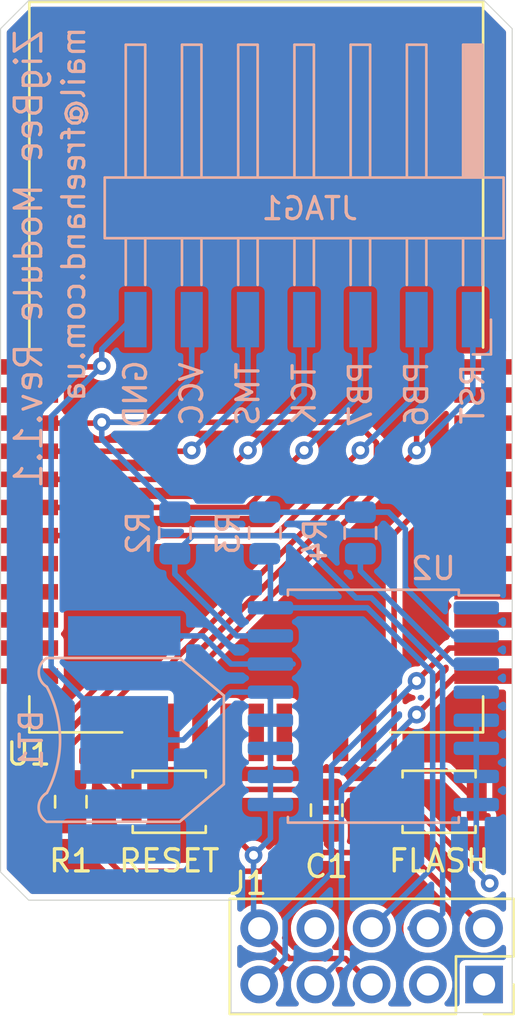
<source format=kicad_pcb>
(kicad_pcb (version 20171130) (host pcbnew "(5.1.6)-1")

  (general
    (thickness 1.6)
    (drawings 20)
    (tracks 167)
    (zones 0)
    (modules 12)
    (nets 42)
  )

  (page A4)
  (layers
    (0 F.Cu signal)
    (31 B.Cu signal)
    (32 B.Adhes user)
    (33 F.Adhes user)
    (34 B.Paste user)
    (35 F.Paste user)
    (36 B.SilkS user)
    (37 F.SilkS user)
    (38 B.Mask user)
    (39 F.Mask user)
    (40 Dwgs.User user hide)
    (41 Cmts.User user hide)
    (42 Eco1.User user hide)
    (43 Eco2.User user hide)
    (44 Edge.Cuts user)
    (45 Margin user hide)
    (46 B.CrtYd user hide)
    (47 F.CrtYd user hide)
    (48 B.Fab user hide)
    (49 F.Fab user hide)
  )

  (setup
    (last_trace_width 0.25)
    (trace_clearance 0.2)
    (zone_clearance 0.254)
    (zone_45_only no)
    (trace_min 0.2)
    (via_size 0.8)
    (via_drill 0.4)
    (via_min_size 0.4)
    (via_min_drill 0.3)
    (uvia_size 0.3)
    (uvia_drill 0.1)
    (uvias_allowed no)
    (uvia_min_size 0.2)
    (uvia_min_drill 0.1)
    (edge_width 0.05)
    (segment_width 0.2)
    (pcb_text_width 0.3)
    (pcb_text_size 1.5 1.5)
    (mod_edge_width 0.12)
    (mod_text_size 1 1)
    (mod_text_width 0.15)
    (pad_size 1.78 5.08)
    (pad_drill 0)
    (pad_to_mask_clearance 0.05)
    (aux_axis_origin 135.89 66.04)
    (grid_origin 146.05 106.68)
    (visible_elements 7FFFFFFF)
    (pcbplotparams
      (layerselection 0x010fc_ffffffff)
      (usegerberextensions false)
      (usegerberattributes true)
      (usegerberadvancedattributes true)
      (creategerberjobfile true)
      (excludeedgelayer true)
      (linewidth 0.100000)
      (plotframeref false)
      (viasonmask false)
      (mode 1)
      (useauxorigin false)
      (hpglpennumber 1)
      (hpglpenspeed 20)
      (hpglpendiameter 15.000000)
      (psnegative false)
      (psa4output false)
      (plotreference true)
      (plotvalue true)
      (plotinvisibletext false)
      (padsonsilk false)
      (subtractmaskfromsilk false)
      (outputformat 1)
      (mirror false)
      (drillshape 0)
      (scaleselection 1)
      (outputdirectory "Plot/"))
  )

  (net 0 "")
  (net 1 GND)
  (net 2 TXD)
  (net 3 RXD)
  (net 4 "Net-(J1-Pad3)")
  (net 5 VCC)
  (net 6 "Net-(U1-Pad12)")
  (net 7 "Net-(U1-Pad17)")
  (net 8 "Net-(U1-Pad11)")
  (net 9 "Net-(U1-Pad10)")
  (net 10 "Net-(U1-Pad9)")
  (net 11 "Net-(U1-Pad8)")
  (net 12 "Net-(U1-Pad24)")
  (net 13 "Net-(U1-Pad25)")
  (net 14 "Net-(U1-Pad26)")
  (net 15 "Net-(U1-Pad27)")
  (net 16 "Net-(U1-Pad28)")
  (net 17 "Net-(U1-Pad30)")
  (net 18 "Net-(U1-Pad31)")
  (net 19 "Net-(U1-Pad33)")
  (net 20 "Net-(U1-Pad18)")
  (net 21 "Net-(U1-Pad19)")
  (net 22 "Net-(U1-Pad20)")
  (net 23 "Net-(U1-Pad21)")
  (net 24 "Net-(U1-Pad16)")
  (net 25 "Net-(U1-Pad15)")
  (net 26 "Net-(U1-Pad14)")
  (net 27 "Net-(U1-Pad13)")
  (net 28 RST)
  (net 29 PB6)
  (net 30 PB7)
  (net 31 TCK)
  (net 32 TMS)
  (net 33 "Net-(SW1-Pad1)")
  (net 34 "Net-(BT1-Pad1)")
  (net 35 SCL)
  (net 36 SDA)
  (net 37 "Net-(R4-Pad2)")
  (net 38 "Net-(U2-Pad4)")
  (net 39 "Net-(U2-Pad1)")
  (net 40 "Net-(J1-Pad8)")
  (net 41 "Net-(J1-Pad1)")

  (net_class Default "This is the default net class."
    (clearance 0.2)
    (trace_width 0.25)
    (via_dia 0.8)
    (via_drill 0.4)
    (uvia_dia 0.3)
    (uvia_drill 0.1)
    (add_net GND)
    (add_net "Net-(BT1-Pad1)")
    (add_net "Net-(J1-Pad1)")
    (add_net "Net-(J1-Pad3)")
    (add_net "Net-(J1-Pad8)")
    (add_net "Net-(R4-Pad2)")
    (add_net "Net-(SW1-Pad1)")
    (add_net "Net-(U1-Pad10)")
    (add_net "Net-(U1-Pad11)")
    (add_net "Net-(U1-Pad12)")
    (add_net "Net-(U1-Pad13)")
    (add_net "Net-(U1-Pad14)")
    (add_net "Net-(U1-Pad15)")
    (add_net "Net-(U1-Pad16)")
    (add_net "Net-(U1-Pad17)")
    (add_net "Net-(U1-Pad18)")
    (add_net "Net-(U1-Pad19)")
    (add_net "Net-(U1-Pad20)")
    (add_net "Net-(U1-Pad21)")
    (add_net "Net-(U1-Pad24)")
    (add_net "Net-(U1-Pad25)")
    (add_net "Net-(U1-Pad26)")
    (add_net "Net-(U1-Pad27)")
    (add_net "Net-(U1-Pad28)")
    (add_net "Net-(U1-Pad30)")
    (add_net "Net-(U1-Pad31)")
    (add_net "Net-(U1-Pad33)")
    (add_net "Net-(U1-Pad8)")
    (add_net "Net-(U1-Pad9)")
    (add_net "Net-(U2-Pad1)")
    (add_net "Net-(U2-Pad4)")
    (add_net PB6)
    (add_net PB7)
    (add_net RST)
    (add_net RXD)
    (add_net SCL)
    (add_net SDA)
    (add_net TCK)
    (add_net TMS)
    (add_net TXD)
    (add_net VCC)
  )

  (module Capacitor_SMD:C_0805_2012Metric (layer F.Cu) (tedit 5B36C52B) (tstamp 5F949A67)
    (at 150.622 102.616 270)
    (descr "Capacitor SMD 0805 (2012 Metric), square (rectangular) end terminal, IPC_7351 nominal, (Body size source: https://docs.google.com/spreadsheets/d/1BsfQQcO9C6DZCsRaXUlFlo91Tg2WpOkGARC1WS5S8t0/edit?usp=sharing), generated with kicad-footprint-generator")
    (tags capacitor)
    (path /5F70C06B)
    (attr smd)
    (fp_text reference C1 (at 2.54 0 180) (layer F.SilkS)
      (effects (font (size 1 1) (thickness 0.15)))
    )
    (fp_text value 100nF (at 0 1.65 90) (layer F.Fab)
      (effects (font (size 1 1) (thickness 0.15)))
    )
    (fp_line (start 1.68 0.95) (end -1.68 0.95) (layer F.CrtYd) (width 0.05))
    (fp_line (start 1.68 -0.95) (end 1.68 0.95) (layer F.CrtYd) (width 0.05))
    (fp_line (start -1.68 -0.95) (end 1.68 -0.95) (layer F.CrtYd) (width 0.05))
    (fp_line (start -1.68 0.95) (end -1.68 -0.95) (layer F.CrtYd) (width 0.05))
    (fp_line (start -0.258578 0.71) (end 0.258578 0.71) (layer F.SilkS) (width 0.12))
    (fp_line (start -0.258578 -0.71) (end 0.258578 -0.71) (layer F.SilkS) (width 0.12))
    (fp_line (start 1 0.6) (end -1 0.6) (layer F.Fab) (width 0.1))
    (fp_line (start 1 -0.6) (end 1 0.6) (layer F.Fab) (width 0.1))
    (fp_line (start -1 -0.6) (end 1 -0.6) (layer F.Fab) (width 0.1))
    (fp_line (start -1 0.6) (end -1 -0.6) (layer F.Fab) (width 0.1))
    (fp_text user %R (at 0 0 90) (layer F.Fab)
      (effects (font (size 0.5 0.5) (thickness 0.08)))
    )
    (pad 2 smd roundrect (at 0.9375 0 270) (size 0.975 1.4) (layers F.Cu F.Paste F.Mask) (roundrect_rratio 0.25)
      (net 5 VCC))
    (pad 1 smd roundrect (at -0.9375 0 270) (size 0.975 1.4) (layers F.Cu F.Paste F.Mask) (roundrect_rratio 0.25)
      (net 1 GND))
    (model ${KISYS3DMOD}/Capacitor_SMD.3dshapes/C_0805_2012Metric.wrl
      (at (xyz 0 0 0))
      (scale (xyz 1 1 1))
      (rotate (xyz 0 0 0))
    )
  )

  (module Connector_PinSocket_2.54mm:PinSocket_2x05_P2.54mm_Vertical (layer F.Cu) (tedit 5A19A42B) (tstamp 5F689934)
    (at 157.734 110.49 270)
    (descr "Through hole straight socket strip, 2x05, 2.54mm pitch, double cols (from Kicad 4.0.7), script generated")
    (tags "Through hole socket strip THT 2x05 2.54mm double row")
    (path /5F679D5A)
    (fp_text reference J1 (at -4.572 10.668) (layer F.SilkS)
      (effects (font (size 1 1) (thickness 0.15)))
    )
    (fp_text value Conn_02x05_Odd_Even (at -1.27 12.93 90) (layer F.Fab)
      (effects (font (size 1 1) (thickness 0.15)))
    )
    (fp_line (start -3.81 -1.27) (end 0.27 -1.27) (layer F.Fab) (width 0.1))
    (fp_line (start 0.27 -1.27) (end 1.27 -0.27) (layer F.Fab) (width 0.1))
    (fp_line (start 1.27 -0.27) (end 1.27 11.43) (layer F.Fab) (width 0.1))
    (fp_line (start 1.27 11.43) (end -3.81 11.43) (layer F.Fab) (width 0.1))
    (fp_line (start -3.81 11.43) (end -3.81 -1.27) (layer F.Fab) (width 0.1))
    (fp_line (start -3.87 -1.33) (end -1.27 -1.33) (layer F.SilkS) (width 0.12))
    (fp_line (start -3.87 -1.33) (end -3.87 11.49) (layer F.SilkS) (width 0.12))
    (fp_line (start -3.87 11.49) (end 1.33 11.49) (layer F.SilkS) (width 0.12))
    (fp_line (start 1.33 1.27) (end 1.33 11.49) (layer F.SilkS) (width 0.12))
    (fp_line (start -1.27 1.27) (end 1.33 1.27) (layer F.SilkS) (width 0.12))
    (fp_line (start -1.27 -1.33) (end -1.27 1.27) (layer F.SilkS) (width 0.12))
    (fp_line (start 1.33 -1.33) (end 1.33 0) (layer F.SilkS) (width 0.12))
    (fp_line (start 0 -1.33) (end 1.33 -1.33) (layer F.SilkS) (width 0.12))
    (fp_line (start -4.34 -1.8) (end 1.76 -1.8) (layer F.CrtYd) (width 0.05))
    (fp_line (start 1.76 -1.8) (end 1.76 11.9) (layer F.CrtYd) (width 0.05))
    (fp_line (start 1.76 11.9) (end -4.34 11.9) (layer F.CrtYd) (width 0.05))
    (fp_line (start -4.34 11.9) (end -4.34 -1.8) (layer F.CrtYd) (width 0.05))
    (fp_text user %R (at -1.27 5.08) (layer F.Fab)
      (effects (font (size 1 1) (thickness 0.15)))
    )
    (pad 10 thru_hole oval (at -2.54 10.16 270) (size 1.7 1.7) (drill 1) (layers *.Cu *.Mask)
      (net 1 GND))
    (pad 9 thru_hole oval (at 0 10.16 270) (size 1.7 1.7) (drill 1) (layers *.Cu *.Mask)
      (net 2 TXD))
    (pad 8 thru_hole oval (at -2.54 7.62 270) (size 1.7 1.7) (drill 1) (layers *.Cu *.Mask)
      (net 40 "Net-(J1-Pad8)"))
    (pad 7 thru_hole oval (at 0 7.62 270) (size 1.7 1.7) (drill 1) (layers *.Cu *.Mask)
      (net 3 RXD))
    (pad 6 thru_hole oval (at -2.54 5.08 270) (size 1.7 1.7) (drill 1) (layers *.Cu *.Mask)
      (net 35 SCL))
    (pad 5 thru_hole oval (at 0 5.08 270) (size 1.7 1.7) (drill 1) (layers *.Cu *.Mask)
      (net 1 GND))
    (pad 4 thru_hole oval (at -2.54 2.54 270) (size 1.7 1.7) (drill 1) (layers *.Cu *.Mask)
      (net 36 SDA))
    (pad 3 thru_hole oval (at 0 2.54 270) (size 1.7 1.7) (drill 1) (layers *.Cu *.Mask)
      (net 4 "Net-(J1-Pad3)"))
    (pad 2 thru_hole oval (at -2.54 0 270) (size 1.7 1.7) (drill 1) (layers *.Cu *.Mask)
      (net 5 VCC))
    (pad 1 thru_hole rect (at 0 0 270) (size 1.7 1.7) (drill 1) (layers *.Cu *.Mask)
      (net 41 "Net-(J1-Pad1)"))
    (model ${KISYS3DMOD}/Connector_PinSocket_2.54mm.3dshapes/PinSocket_2x05_P2.54mm_Vertical.wrl
      (at (xyz 0 0 0))
      (scale (xyz 1 1 1))
      (rotate (xyz 0 0 0))
    )
  )

  (module Battery:BatteryHolder_Keystone_2998_1x6.8mm (layer B.Cu) (tedit 5F9D5EB8) (tstamp 5F6F7738)
    (at 141.478 99.44 270)
    (descr www.keyelco.com/product-pdf.cfm?p=763)
    (tags "Keystone type 2998 battery holder")
    (path /5F703E18)
    (attr smd)
    (fp_text reference BT1 (at 0 4.2 90) (layer B.SilkS)
      (effects (font (size 1 1) (thickness 0.15)) (justify mirror))
    )
    (fp_text value Battery (at 0 -5.725 90) (layer B.Fab)
      (effects (font (size 1 1) (thickness 0.15)) (justify mirror))
    )
    (fp_line (start -3.6 -2.45) (end -1.95 -4.4) (layer B.Fab) (width 0.1))
    (fp_line (start -1.95 -4.4) (end 1.95 -4.4) (layer B.Fab) (width 0.1))
    (fp_line (start 1.95 -4.4) (end 3.6 -2.45) (layer B.Fab) (width 0.1))
    (fp_line (start 3.6 -2.45) (end 3.6 3.5) (layer B.Fab) (width 0.1))
    (fp_line (start -3.6 3.4) (end -3.6 -2.4) (layer B.Fab) (width 0.1))
    (fp_line (start 5.9 5.1) (end -5.9 5.1) (layer B.CrtYd) (width 0.05))
    (fp_line (start 5.9 -4.8) (end 5.9 5.1) (layer B.CrtYd) (width 0.05))
    (fp_line (start -5.9 -4.8) (end 5.9 -4.8) (layer B.CrtYd) (width 0.05))
    (fp_line (start -5.9 5.1) (end -5.9 -4.8) (layer B.CrtYd) (width 0.05))
    (fp_line (start -2 -4.5) (end -3.7 -2.5) (layer B.SilkS) (width 0.12))
    (fp_line (start 2 -4.5) (end 3.7 -2.5) (layer B.SilkS) (width 0.12))
    (fp_line (start -2 -4.5) (end 2 -4.5) (layer B.SilkS) (width 0.12))
    (fp_line (start 3.7 3.5) (end 3.7 -2.5) (layer B.SilkS) (width 0.12))
    (fp_line (start -3.7 3.5) (end -3.7 -2.5) (layer B.SilkS) (width 0.12))
    (fp_circle (center 0 0) (end 3.4 0) (layer Dwgs.User) (width 0.1))
    (fp_arc (start 3.05 3.15) (end 3.6 3.44) (angle 125.2183105) (layer B.Fab) (width 0.1))
    (fp_arc (start 0 8.03) (end -2.5 3.43) (angle 56.6) (layer B.Fab) (width 0.1))
    (fp_text user %R (at 0.1 -4 90) (layer B.Fab)
      (effects (font (size 0.7 0.7) (thickness 0.15)) (justify mirror))
    )
    (fp_arc (start 0 8) (end -2.4 3.5) (angle 56.03531623) (layer B.SilkS) (width 0.12))
    (fp_arc (start 3.05 3.1) (end 3.703723 3.5) (angle 117.603575) (layer B.SilkS) (width 0.12))
    (fp_arc (start -3.05 3.1) (end -2.4 3.5) (angle 117.603575) (layer B.SilkS) (width 0.12))
    (fp_arc (start -3.05 3.17) (end -2.5 3.42) (angle 133) (layer B.Fab) (width 0.12))
    (pad 2 smd rect (at 0 0 270) (size 3.96 3.96) (layers B.Cu B.Paste B.Mask)
      (net 1 GND))
    (pad 1 smd rect (at 4.7 0 270) (size 1.78 5.08) (layers B.Cu B.Paste B.Mask))
    (pad 1 smd rect (at -4.7 0 270) (size 1.78 5.08) (layers B.Cu B.Paste B.Mask)
      (net 34 "Net-(BT1-Pad1)"))
    (model ${KISYS3DMOD}/Battery.3dshapes/BatteryHolder_Keystone_2998_1x6.8mm.wrl
      (at (xyz 0 0 0))
      (scale (xyz 1 1 1))
      (rotate (xyz 0 0 0))
    )
  )

  (module Package_SO:SOIC-16W_7.5x10.3mm_P1.27mm (layer B.Cu) (tedit 5D9F72B1) (tstamp 5F7054DE)
    (at 152.732 97.917 180)
    (descr "SOIC, 16 Pin (JEDEC MS-013AA, https://www.analog.com/media/en/package-pcb-resources/package/pkg_pdf/soic_wide-rw/rw_16.pdf), generated with kicad-footprint-generator ipc_gullwing_generator.py")
    (tags "SOIC SO")
    (path /5F6F9B99)
    (attr smd)
    (fp_text reference U2 (at -2.716 6.223) (layer B.SilkS)
      (effects (font (size 1 1) (thickness 0.15)) (justify mirror))
    )
    (fp_text value DS3231M (at 0 -6.1) (layer B.Fab)
      (effects (font (size 1 1) (thickness 0.15)) (justify mirror))
    )
    (fp_line (start 0 -5.26) (end 3.86 -5.26) (layer B.SilkS) (width 0.12))
    (fp_line (start 3.86 -5.26) (end 3.86 -5.005) (layer B.SilkS) (width 0.12))
    (fp_line (start 0 -5.26) (end -3.86 -5.26) (layer B.SilkS) (width 0.12))
    (fp_line (start -3.86 -5.26) (end -3.86 -5.005) (layer B.SilkS) (width 0.12))
    (fp_line (start 0 5.26) (end 3.86 5.26) (layer B.SilkS) (width 0.12))
    (fp_line (start 3.86 5.26) (end 3.86 5.005) (layer B.SilkS) (width 0.12))
    (fp_line (start 0 5.26) (end -3.86 5.26) (layer B.SilkS) (width 0.12))
    (fp_line (start -3.86 5.26) (end -3.86 5.005) (layer B.SilkS) (width 0.12))
    (fp_line (start -3.86 5.005) (end -5.675 5.005) (layer B.SilkS) (width 0.12))
    (fp_line (start -2.75 5.15) (end 3.75 5.15) (layer B.Fab) (width 0.1))
    (fp_line (start 3.75 5.15) (end 3.75 -5.15) (layer B.Fab) (width 0.1))
    (fp_line (start 3.75 -5.15) (end -3.75 -5.15) (layer B.Fab) (width 0.1))
    (fp_line (start -3.75 -5.15) (end -3.75 4.15) (layer B.Fab) (width 0.1))
    (fp_line (start -3.75 4.15) (end -2.75 5.15) (layer B.Fab) (width 0.1))
    (fp_line (start -5.93 5.4) (end -5.93 -5.4) (layer B.CrtYd) (width 0.05))
    (fp_line (start -5.93 -5.4) (end 5.93 -5.4) (layer B.CrtYd) (width 0.05))
    (fp_line (start 5.93 -5.4) (end 5.93 5.4) (layer B.CrtYd) (width 0.05))
    (fp_line (start 5.93 5.4) (end -5.93 5.4) (layer B.CrtYd) (width 0.05))
    (fp_text user %R (at 0 0) (layer B.Fab)
      (effects (font (size 1 1) (thickness 0.15)) (justify mirror))
    )
    (pad 16 smd roundrect (at 4.65 4.445 180) (size 2.05 0.6) (layers B.Cu B.Paste B.Mask) (roundrect_rratio 0.25)
      (net 35 SCL))
    (pad 15 smd roundrect (at 4.65 3.175 180) (size 2.05 0.6) (layers B.Cu B.Paste B.Mask) (roundrect_rratio 0.25)
      (net 36 SDA))
    (pad 14 smd roundrect (at 4.65 1.905 180) (size 2.05 0.6) (layers B.Cu B.Paste B.Mask) (roundrect_rratio 0.25)
      (net 34 "Net-(BT1-Pad1)"))
    (pad 13 smd roundrect (at 4.65 0.635 180) (size 2.05 0.6) (layers B.Cu B.Paste B.Mask) (roundrect_rratio 0.25)
      (net 1 GND))
    (pad 12 smd roundrect (at 4.65 -0.635 180) (size 2.05 0.6) (layers B.Cu B.Paste B.Mask) (roundrect_rratio 0.25)
      (net 1 GND))
    (pad 11 smd roundrect (at 4.65 -1.905 180) (size 2.05 0.6) (layers B.Cu B.Paste B.Mask) (roundrect_rratio 0.25)
      (net 1 GND))
    (pad 10 smd roundrect (at 4.65 -3.175 180) (size 2.05 0.6) (layers B.Cu B.Paste B.Mask) (roundrect_rratio 0.25)
      (net 1 GND))
    (pad 9 smd roundrect (at 4.65 -4.445 180) (size 2.05 0.6) (layers B.Cu B.Paste B.Mask) (roundrect_rratio 0.25)
      (net 1 GND))
    (pad 8 smd roundrect (at -4.65 -4.445 180) (size 2.05 0.6) (layers B.Cu B.Paste B.Mask) (roundrect_rratio 0.25)
      (net 1 GND))
    (pad 7 smd roundrect (at -4.65 -3.175 180) (size 2.05 0.6) (layers B.Cu B.Paste B.Mask) (roundrect_rratio 0.25)
      (net 1 GND))
    (pad 6 smd roundrect (at -4.65 -1.905 180) (size 2.05 0.6) (layers B.Cu B.Paste B.Mask) (roundrect_rratio 0.25)
      (net 1 GND))
    (pad 5 smd roundrect (at -4.65 -0.635 180) (size 2.05 0.6) (layers B.Cu B.Paste B.Mask) (roundrect_rratio 0.25)
      (net 1 GND))
    (pad 4 smd roundrect (at -4.65 0.635 180) (size 2.05 0.6) (layers B.Cu B.Paste B.Mask) (roundrect_rratio 0.25)
      (net 38 "Net-(U2-Pad4)"))
    (pad 3 smd roundrect (at -4.65 1.905 180) (size 2.05 0.6) (layers B.Cu B.Paste B.Mask) (roundrect_rratio 0.25)
      (net 37 "Net-(R4-Pad2)"))
    (pad 2 smd roundrect (at -4.65 3.175 180) (size 2.05 0.6) (layers B.Cu B.Paste B.Mask) (roundrect_rratio 0.25)
      (net 5 VCC))
    (pad 1 smd roundrect (at -4.65 4.445 180) (size 2.05 0.6) (layers B.Cu B.Paste B.Mask) (roundrect_rratio 0.25)
      (net 39 "Net-(U2-Pad1)"))
    (model ${KISYS3DMOD}/Package_SO.3dshapes/SOIC-16W_7.5x10.3mm_P1.27mm.wrl
      (at (xyz 0 0 0))
      (scale (xyz 1 1 1))
      (rotate (xyz 0 0 0))
    )
  )

  (module Resistor_SMD:R_0805_2012Metric (layer B.Cu) (tedit 5B36C52B) (tstamp 5F70542F)
    (at 152.146 90.0915 270)
    (descr "Resistor SMD 0805 (2012 Metric), square (rectangular) end terminal, IPC_7351 nominal, (Body size source: https://docs.google.com/spreadsheets/d/1BsfQQcO9C6DZCsRaXUlFlo91Tg2WpOkGARC1WS5S8t0/edit?usp=sharing), generated with kicad-footprint-generator")
    (tags resistor)
    (path /5F7266A1)
    (attr smd)
    (fp_text reference R4 (at 0.3325 2.032 270) (layer B.SilkS)
      (effects (font (size 1 1) (thickness 0.15)) (justify mirror))
    )
    (fp_text value 10k (at 0 -1.65 270) (layer B.Fab)
      (effects (font (size 1 1) (thickness 0.15)) (justify mirror))
    )
    (fp_line (start -1 -0.6) (end -1 0.6) (layer B.Fab) (width 0.1))
    (fp_line (start -1 0.6) (end 1 0.6) (layer B.Fab) (width 0.1))
    (fp_line (start 1 0.6) (end 1 -0.6) (layer B.Fab) (width 0.1))
    (fp_line (start 1 -0.6) (end -1 -0.6) (layer B.Fab) (width 0.1))
    (fp_line (start -0.258578 0.71) (end 0.258578 0.71) (layer B.SilkS) (width 0.12))
    (fp_line (start -0.258578 -0.71) (end 0.258578 -0.71) (layer B.SilkS) (width 0.12))
    (fp_line (start -1.68 -0.95) (end -1.68 0.95) (layer B.CrtYd) (width 0.05))
    (fp_line (start -1.68 0.95) (end 1.68 0.95) (layer B.CrtYd) (width 0.05))
    (fp_line (start 1.68 0.95) (end 1.68 -0.95) (layer B.CrtYd) (width 0.05))
    (fp_line (start 1.68 -0.95) (end -1.68 -0.95) (layer B.CrtYd) (width 0.05))
    (fp_text user %R (at 0 0 270) (layer B.Fab)
      (effects (font (size 0.5 0.5) (thickness 0.08)) (justify mirror))
    )
    (pad 2 smd roundrect (at 0.9375 0 270) (size 0.975 1.4) (layers B.Cu B.Paste B.Mask) (roundrect_rratio 0.25)
      (net 37 "Net-(R4-Pad2)"))
    (pad 1 smd roundrect (at -0.9375 0 270) (size 0.975 1.4) (layers B.Cu B.Paste B.Mask) (roundrect_rratio 0.25)
      (net 5 VCC))
    (model ${KISYS3DMOD}/Resistor_SMD.3dshapes/R_0805_2012Metric.wrl
      (at (xyz 0 0 0))
      (scale (xyz 1 1 1))
      (rotate (xyz 0 0 0))
    )
  )

  (module Resistor_SMD:R_0805_2012Metric (layer B.Cu) (tedit 5B36C52B) (tstamp 5F70541E)
    (at 147.828 90.0915 270)
    (descr "Resistor SMD 0805 (2012 Metric), square (rectangular) end terminal, IPC_7351 nominal, (Body size source: https://docs.google.com/spreadsheets/d/1BsfQQcO9C6DZCsRaXUlFlo91Tg2WpOkGARC1WS5S8t0/edit?usp=sharing), generated with kicad-footprint-generator")
    (tags resistor)
    (path /5F7102AF)
    (attr smd)
    (fp_text reference R3 (at 0 1.65 90) (layer B.SilkS)
      (effects (font (size 1 1) (thickness 0.15)) (justify mirror))
    )
    (fp_text value 10k (at 0 -1.65 90) (layer B.Fab)
      (effects (font (size 1 1) (thickness 0.15)) (justify mirror))
    )
    (fp_line (start -1 -0.6) (end -1 0.6) (layer B.Fab) (width 0.1))
    (fp_line (start -1 0.6) (end 1 0.6) (layer B.Fab) (width 0.1))
    (fp_line (start 1 0.6) (end 1 -0.6) (layer B.Fab) (width 0.1))
    (fp_line (start 1 -0.6) (end -1 -0.6) (layer B.Fab) (width 0.1))
    (fp_line (start -0.258578 0.71) (end 0.258578 0.71) (layer B.SilkS) (width 0.12))
    (fp_line (start -0.258578 -0.71) (end 0.258578 -0.71) (layer B.SilkS) (width 0.12))
    (fp_line (start -1.68 -0.95) (end -1.68 0.95) (layer B.CrtYd) (width 0.05))
    (fp_line (start -1.68 0.95) (end 1.68 0.95) (layer B.CrtYd) (width 0.05))
    (fp_line (start 1.68 0.95) (end 1.68 -0.95) (layer B.CrtYd) (width 0.05))
    (fp_line (start 1.68 -0.95) (end -1.68 -0.95) (layer B.CrtYd) (width 0.05))
    (fp_text user %R (at 0 0 90) (layer B.Fab)
      (effects (font (size 0.5 0.5) (thickness 0.08)) (justify mirror))
    )
    (pad 2 smd roundrect (at 0.9375 0 270) (size 0.975 1.4) (layers B.Cu B.Paste B.Mask) (roundrect_rratio 0.25)
      (net 35 SCL))
    (pad 1 smd roundrect (at -0.9375 0 270) (size 0.975 1.4) (layers B.Cu B.Paste B.Mask) (roundrect_rratio 0.25)
      (net 5 VCC))
    (model ${KISYS3DMOD}/Resistor_SMD.3dshapes/R_0805_2012Metric.wrl
      (at (xyz 0 0 0))
      (scale (xyz 1 1 1))
      (rotate (xyz 0 0 0))
    )
  )

  (module Resistor_SMD:R_0805_2012Metric (layer B.Cu) (tedit 5B36C52B) (tstamp 5F70540D)
    (at 143.764 90.0915 270)
    (descr "Resistor SMD 0805 (2012 Metric), square (rectangular) end terminal, IPC_7351 nominal, (Body size source: https://docs.google.com/spreadsheets/d/1BsfQQcO9C6DZCsRaXUlFlo91Tg2WpOkGARC1WS5S8t0/edit?usp=sharing), generated with kicad-footprint-generator")
    (tags resistor)
    (path /5F70F082)
    (attr smd)
    (fp_text reference R2 (at 0 1.65 270) (layer B.SilkS)
      (effects (font (size 1 1) (thickness 0.15)) (justify mirror))
    )
    (fp_text value 10k (at 0 -1.65 270) (layer B.Fab)
      (effects (font (size 1 1) (thickness 0.15)) (justify mirror))
    )
    (fp_line (start -1 -0.6) (end -1 0.6) (layer B.Fab) (width 0.1))
    (fp_line (start -1 0.6) (end 1 0.6) (layer B.Fab) (width 0.1))
    (fp_line (start 1 0.6) (end 1 -0.6) (layer B.Fab) (width 0.1))
    (fp_line (start 1 -0.6) (end -1 -0.6) (layer B.Fab) (width 0.1))
    (fp_line (start -0.258578 0.71) (end 0.258578 0.71) (layer B.SilkS) (width 0.12))
    (fp_line (start -0.258578 -0.71) (end 0.258578 -0.71) (layer B.SilkS) (width 0.12))
    (fp_line (start -1.68 -0.95) (end -1.68 0.95) (layer B.CrtYd) (width 0.05))
    (fp_line (start -1.68 0.95) (end 1.68 0.95) (layer B.CrtYd) (width 0.05))
    (fp_line (start 1.68 0.95) (end 1.68 -0.95) (layer B.CrtYd) (width 0.05))
    (fp_line (start 1.68 -0.95) (end -1.68 -0.95) (layer B.CrtYd) (width 0.05))
    (fp_text user %R (at -0.254 0 270) (layer B.Fab)
      (effects (font (size 0.5 0.5) (thickness 0.08)) (justify mirror))
    )
    (pad 2 smd roundrect (at 0.9375 0 270) (size 0.975 1.4) (layers B.Cu B.Paste B.Mask) (roundrect_rratio 0.25)
      (net 36 SDA))
    (pad 1 smd roundrect (at -0.9375 0 270) (size 0.975 1.4) (layers B.Cu B.Paste B.Mask) (roundrect_rratio 0.25)
      (net 5 VCC))
    (model ${KISYS3DMOD}/Resistor_SMD.3dshapes/R_0805_2012Metric.wrl
      (at (xyz 0 0 0))
      (scale (xyz 1 1 1))
      (rotate (xyz 0 0 0))
    )
  )

  (module RF_Module:CC2538_CC2592 (layer F.Cu) (tedit 5E98B565) (tstamp 5F67CCA2)
    (at 147.44 99.100001)
    (descr "Chinese CC2538_CC2592 zigbee module SZ12 V2 BTTCOM")
    (path /5F6764B1)
    (attr smd)
    (fp_text reference U1 (at -10.28 0.975999) (layer F.SilkS)
      (effects (font (size 1 1) (thickness 0.15)))
    )
    (fp_text value CC2538_CC2592 (at 7.330239 2.2) (layer F.Fab) hide
      (effects (font (size 1 1) (thickness 0.15)))
    )
    (fp_line (start 6.0579 0) (end 10.25 0) (layer F.SilkS) (width 0.12))
    (fp_line (start 10.25 0) (end 10.25 -1.6256) (layer F.SilkS) (width 0.12))
    (fp_line (start -10.25 0) (end -10.25 -1.6256) (layer F.SilkS) (width 0.12))
    (fp_line (start 10.25 -33) (end 10.25 -17.3863) (layer F.SilkS) (width 0.12))
    (fp_line (start -10.25 0) (end -6.0579 0) (layer F.SilkS) (width 0.12))
    (fp_line (start -10.25 -33) (end -10.25 -17.3863) (layer F.SilkS) (width 0.12))
    (fp_line (start -10.25 -33) (end 10.25 -33) (layer F.SilkS) (width 0.12))
    (fp_line (start 10.25 -33) (end 10.25 0) (layer F.Fab) (width 0.12))
    (fp_line (start -10.25 -33) (end -10.25 0) (layer F.Fab) (width 0.12))
    (fp_line (start -10.25 -33) (end 10.25 -33) (layer F.Fab) (width 0.12))
    (fp_line (start -10.25 0) (end 10.25 0) (layer F.Fab) (width 0.12))
    (pad 12 smd rect (at -10.25 -2.54 90) (size 0.7 2.6) (layers F.Cu F.Paste F.Mask)
      (net 6 "Net-(U1-Pad12)"))
    (pad 22 smd rect (at 10.25 -2.54 90) (size 0.7 2.6) (layers F.Cu F.Paste F.Mask)
      (net 3 RXD))
    (pad 17 smd rect (at 0 0 180) (size 0.7 2.6) (layers F.Cu F.Paste F.Mask)
      (net 7 "Net-(U1-Pad17)"))
    (pad 11 smd rect (at -10.25 -3.81 90) (size 0.7 2.6) (layers F.Cu F.Paste F.Mask)
      (net 8 "Net-(U1-Pad11)"))
    (pad 10 smd rect (at -10.25 -5.08 90) (size 0.7 2.6) (layers F.Cu F.Paste F.Mask)
      (net 9 "Net-(U1-Pad10)"))
    (pad 9 smd rect (at -10.25 -6.35 90) (size 0.7 2.6) (layers F.Cu F.Paste F.Mask)
      (net 10 "Net-(U1-Pad9)"))
    (pad 8 smd rect (at -10.25 -7.62 90) (size 0.7 2.6) (layers F.Cu F.Paste F.Mask)
      (net 11 "Net-(U1-Pad8)"))
    (pad 7 smd rect (at -10.25 -8.89 90) (size 0.7 2.6) (layers F.Cu F.Paste F.Mask)
      (net 29 PB6))
    (pad 6 smd rect (at -10.25 -10.16 90) (size 0.7 2.6) (layers F.Cu F.Paste F.Mask)
      (net 30 PB7))
    (pad 5 smd rect (at -10.25 -11.43 90) (size 0.7 2.6) (layers F.Cu F.Paste F.Mask)
      (net 31 TCK))
    (pad 4 smd rect (at -10.25 -12.7 90) (size 0.7 2.6) (layers F.Cu F.Paste F.Mask)
      (net 32 TMS))
    (pad 3 smd rect (at -10.25 -13.97 90) (size 0.7 2.6) (layers F.Cu F.Paste F.Mask)
      (net 5 VCC))
    (pad 2 smd rect (at -10.25 -15.24 90) (size 0.7 2.6) (layers F.Cu F.Paste F.Mask)
      (net 1 GND))
    (pad 1 smd rect (at -10.25 -16.51 90) (size 0.7 2.6) (layers F.Cu F.Paste F.Mask)
      (net 1 GND))
    (pad 23 smd rect (at 10.25 -3.81 90) (size 0.7 2.6) (layers F.Cu F.Paste F.Mask)
      (net 2 TXD))
    (pad 24 smd rect (at 10.25 -5.08 90) (size 0.7 2.6) (layers F.Cu F.Paste F.Mask)
      (net 12 "Net-(U1-Pad24)"))
    (pad 25 smd rect (at 10.25 -6.35 90) (size 0.7 2.6) (layers F.Cu F.Paste F.Mask)
      (net 13 "Net-(U1-Pad25)"))
    (pad 26 smd rect (at 10.25 -7.62 90) (size 0.7 2.6) (layers F.Cu F.Paste F.Mask)
      (net 14 "Net-(U1-Pad26)"))
    (pad 27 smd rect (at 10.25 -8.89 90) (size 0.7 2.6) (layers F.Cu F.Paste F.Mask)
      (net 15 "Net-(U1-Pad27)"))
    (pad 28 smd rect (at 10.25 -10.16 90) (size 0.7 2.6) (layers F.Cu F.Paste F.Mask)
      (net 16 "Net-(U1-Pad28)"))
    (pad 29 smd rect (at 10.25 -11.43 90) (size 0.7 2.6) (layers F.Cu F.Paste F.Mask)
      (net 33 "Net-(SW1-Pad1)"))
    (pad 30 smd rect (at 10.25 -12.7 90) (size 0.7 2.6) (layers F.Cu F.Paste F.Mask)
      (net 17 "Net-(U1-Pad30)"))
    (pad 31 smd rect (at 10.25 -13.97 90) (size 0.7 2.6) (layers F.Cu F.Paste F.Mask)
      (net 18 "Net-(U1-Pad31)"))
    (pad 32 smd rect (at 10.25 -15.24 90) (size 0.7 2.6) (layers F.Cu F.Paste F.Mask)
      (net 28 RST))
    (pad 33 smd rect (at 10.25 -16.51 90) (size 0.7 2.6) (layers F.Cu F.Paste F.Mask)
      (net 19 "Net-(U1-Pad33)"))
    (pad 18 smd rect (at 1.27 0 180) (size 0.7 2.6) (layers F.Cu F.Paste F.Mask)
      (net 20 "Net-(U1-Pad18)"))
    (pad 19 smd rect (at 2.54 0 180) (size 0.7 2.6) (layers F.Cu F.Paste F.Mask)
      (net 21 "Net-(U1-Pad19)"))
    (pad 20 smd rect (at 3.81 0 180) (size 0.7 2.6) (layers F.Cu F.Paste F.Mask)
      (net 22 "Net-(U1-Pad20)"))
    (pad 21 smd rect (at 5.08 0 180) (size 0.7 2.6) (layers F.Cu F.Paste F.Mask)
      (net 23 "Net-(U1-Pad21)"))
    (pad 16 smd rect (at -1.27 0 180) (size 0.7 2.6) (layers F.Cu F.Paste F.Mask)
      (net 24 "Net-(U1-Pad16)"))
    (pad 15 smd rect (at -2.54 0 180) (size 0.7 2.6) (layers F.Cu F.Paste F.Mask)
      (net 25 "Net-(U1-Pad15)"))
    (pad 14 smd rect (at -3.81 0 180) (size 0.7 2.6) (layers F.Cu F.Paste F.Mask)
      (net 26 "Net-(U1-Pad14)"))
    (pad 13 smd rect (at -5.08 0 180) (size 0.7 2.6) (layers F.Cu F.Paste F.Mask)
      (net 27 "Net-(U1-Pad13)"))
    (model ${PROJECT}/RF_Module.3dshapes/CC2538_CC2592.step
      (at (xyz 0 0 0))
      (scale (xyz 1 1 1))
      (rotate (xyz 0 0 0))
    )
  )

  (module Connector_Harwin:Harwin_M20-89007xx_1x07_P2.54mm_Horizontal (layer B.Cu) (tedit 5B154A07) (tstamp 5F68A1B8)
    (at 149.606 74.93 90)
    (descr "Harwin Male Horizontal Surface Mount Single Row 2.54mm (0.1 inch) Pitch PCB Connector, M20-89007xx, 7 Pins per row (https://cdn.harwin.com/pdfs/M20-890.pdf), generated with kicad-footprint-generator")
    (tags "connector Harwin M20-890 horizontal")
    (path /5F6827CD)
    (attr smd)
    (fp_text reference JTAG1 (at -0.508 0.254 180) (layer B.SilkS)
      (effects (font (size 1 1) (thickness 0.15)) (justify mirror))
    )
    (fp_text value Conn_01x07 (at -0.48 -10.09 270) (layer B.Fab)
      (effects (font (size 1 1) (thickness 0.15)) (justify mirror))
    )
    (fp_line (start -1.725 7.94) (end -6.425 7.94) (layer B.Fab) (width 0.1))
    (fp_line (start -6.425 7.94) (end -6.425 7.3) (layer B.Fab) (width 0.1))
    (fp_line (start -6.425 7.3) (end -1.725 7.3) (layer B.Fab) (width 0.1))
    (fp_line (start 0.775 7.94) (end 6.775 7.94) (layer B.Fab) (width 0.1))
    (fp_line (start 6.775 7.94) (end 6.775 7.3) (layer B.Fab) (width 0.1))
    (fp_line (start 6.775 7.3) (end 0.775 7.3) (layer B.Fab) (width 0.1))
    (fp_line (start -1.725 5.4) (end -6.425 5.4) (layer B.Fab) (width 0.1))
    (fp_line (start -6.425 5.4) (end -6.425 4.76) (layer B.Fab) (width 0.1))
    (fp_line (start -6.425 4.76) (end -1.725 4.76) (layer B.Fab) (width 0.1))
    (fp_line (start 0.775 5.4) (end 6.775 5.4) (layer B.Fab) (width 0.1))
    (fp_line (start 6.775 5.4) (end 6.775 4.76) (layer B.Fab) (width 0.1))
    (fp_line (start 6.775 4.76) (end 0.775 4.76) (layer B.Fab) (width 0.1))
    (fp_line (start -1.725 2.86) (end -6.425 2.86) (layer B.Fab) (width 0.1))
    (fp_line (start -6.425 2.86) (end -6.425 2.22) (layer B.Fab) (width 0.1))
    (fp_line (start -6.425 2.22) (end -1.725 2.22) (layer B.Fab) (width 0.1))
    (fp_line (start 0.775 2.86) (end 6.775 2.86) (layer B.Fab) (width 0.1))
    (fp_line (start 6.775 2.86) (end 6.775 2.22) (layer B.Fab) (width 0.1))
    (fp_line (start 6.775 2.22) (end 0.775 2.22) (layer B.Fab) (width 0.1))
    (fp_line (start -1.725 0.32) (end -6.425 0.32) (layer B.Fab) (width 0.1))
    (fp_line (start -6.425 0.32) (end -6.425 -0.32) (layer B.Fab) (width 0.1))
    (fp_line (start -6.425 -0.32) (end -1.725 -0.32) (layer B.Fab) (width 0.1))
    (fp_line (start 0.775 0.32) (end 6.775 0.32) (layer B.Fab) (width 0.1))
    (fp_line (start 6.775 0.32) (end 6.775 -0.32) (layer B.Fab) (width 0.1))
    (fp_line (start 6.775 -0.32) (end 0.775 -0.32) (layer B.Fab) (width 0.1))
    (fp_line (start -1.725 -2.22) (end -6.425 -2.22) (layer B.Fab) (width 0.1))
    (fp_line (start -6.425 -2.22) (end -6.425 -2.86) (layer B.Fab) (width 0.1))
    (fp_line (start -6.425 -2.86) (end -1.725 -2.86) (layer B.Fab) (width 0.1))
    (fp_line (start 0.775 -2.22) (end 6.775 -2.22) (layer B.Fab) (width 0.1))
    (fp_line (start 6.775 -2.22) (end 6.775 -2.86) (layer B.Fab) (width 0.1))
    (fp_line (start 6.775 -2.86) (end 0.775 -2.86) (layer B.Fab) (width 0.1))
    (fp_line (start -1.725 -4.76) (end -6.425 -4.76) (layer B.Fab) (width 0.1))
    (fp_line (start -6.425 -4.76) (end -6.425 -5.4) (layer B.Fab) (width 0.1))
    (fp_line (start -6.425 -5.4) (end -1.725 -5.4) (layer B.Fab) (width 0.1))
    (fp_line (start 0.775 -4.76) (end 6.775 -4.76) (layer B.Fab) (width 0.1))
    (fp_line (start 6.775 -4.76) (end 6.775 -5.4) (layer B.Fab) (width 0.1))
    (fp_line (start 6.775 -5.4) (end 0.775 -5.4) (layer B.Fab) (width 0.1))
    (fp_line (start -1.725 -7.3) (end -6.425 -7.3) (layer B.Fab) (width 0.1))
    (fp_line (start -6.425 -7.3) (end -6.425 -7.94) (layer B.Fab) (width 0.1))
    (fp_line (start -6.425 -7.94) (end -1.725 -7.94) (layer B.Fab) (width 0.1))
    (fp_line (start 0.775 -7.3) (end 6.775 -7.3) (layer B.Fab) (width 0.1))
    (fp_line (start 6.775 -7.3) (end 6.775 -7.94) (layer B.Fab) (width 0.1))
    (fp_line (start 6.775 -7.94) (end 0.775 -7.94) (layer B.Fab) (width 0.1))
    (fp_line (start -1.725 8.49) (end -1.325 8.89) (layer B.Fab) (width 0.1))
    (fp_line (start -1.325 8.89) (end 0.775 8.89) (layer B.Fab) (width 0.1))
    (fp_line (start 0.775 8.89) (end 0.775 -8.89) (layer B.Fab) (width 0.1))
    (fp_line (start 0.775 -8.89) (end -1.725 -8.89) (layer B.Fab) (width 0.1))
    (fp_line (start -1.725 -8.89) (end -1.725 8.49) (layer B.Fab) (width 0.1))
    (fp_line (start -1.845 9.01) (end 0.895 9.01) (layer B.SilkS) (width 0.12))
    (fp_line (start 0.895 9.01) (end 0.895 -9.01) (layer B.SilkS) (width 0.12))
    (fp_line (start 0.895 -9.01) (end -1.845 -9.01) (layer B.SilkS) (width 0.12))
    (fp_line (start -1.845 -9.01) (end -1.845 9.01) (layer B.SilkS) (width 0.12))
    (fp_line (start -3.955 8.06) (end -1.845 8.06) (layer B.SilkS) (width 0.12))
    (fp_line (start -3.955 7.18) (end -1.845 7.18) (layer B.SilkS) (width 0.12))
    (fp_line (start 0.895 8.06) (end 6.895 8.06) (layer B.SilkS) (width 0.12))
    (fp_line (start 6.895 8.06) (end 6.895 7.18) (layer B.SilkS) (width 0.12))
    (fp_line (start 6.895 7.18) (end 0.895 7.18) (layer B.SilkS) (width 0.12))
    (fp_line (start -3.955 5.52) (end -1.845 5.52) (layer B.SilkS) (width 0.12))
    (fp_line (start -3.955 4.64) (end -1.845 4.64) (layer B.SilkS) (width 0.12))
    (fp_line (start 0.895 5.52) (end 6.895 5.52) (layer B.SilkS) (width 0.12))
    (fp_line (start 6.895 5.52) (end 6.895 4.64) (layer B.SilkS) (width 0.12))
    (fp_line (start 6.895 4.64) (end 0.895 4.64) (layer B.SilkS) (width 0.12))
    (fp_line (start -3.955 2.98) (end -1.845 2.98) (layer B.SilkS) (width 0.12))
    (fp_line (start -3.955 2.1) (end -1.845 2.1) (layer B.SilkS) (width 0.12))
    (fp_line (start 0.895 2.98) (end 6.895 2.98) (layer B.SilkS) (width 0.12))
    (fp_line (start 6.895 2.98) (end 6.895 2.1) (layer B.SilkS) (width 0.12))
    (fp_line (start 6.895 2.1) (end 0.895 2.1) (layer B.SilkS) (width 0.12))
    (fp_line (start -3.955 0.44) (end -1.845 0.44) (layer B.SilkS) (width 0.12))
    (fp_line (start -3.955 -0.44) (end -1.845 -0.44) (layer B.SilkS) (width 0.12))
    (fp_line (start 0.895 0.44) (end 6.895 0.44) (layer B.SilkS) (width 0.12))
    (fp_line (start 6.895 0.44) (end 6.895 -0.44) (layer B.SilkS) (width 0.12))
    (fp_line (start 6.895 -0.44) (end 0.895 -0.44) (layer B.SilkS) (width 0.12))
    (fp_line (start -3.955 -2.1) (end -1.845 -2.1) (layer B.SilkS) (width 0.12))
    (fp_line (start -3.955 -2.98) (end -1.845 -2.98) (layer B.SilkS) (width 0.12))
    (fp_line (start 0.895 -2.1) (end 6.895 -2.1) (layer B.SilkS) (width 0.12))
    (fp_line (start 6.895 -2.1) (end 6.895 -2.98) (layer B.SilkS) (width 0.12))
    (fp_line (start 6.895 -2.98) (end 0.895 -2.98) (layer B.SilkS) (width 0.12))
    (fp_line (start -3.955 -4.64) (end -1.845 -4.64) (layer B.SilkS) (width 0.12))
    (fp_line (start -3.955 -5.52) (end -1.845 -5.52) (layer B.SilkS) (width 0.12))
    (fp_line (start 0.895 -4.64) (end 6.895 -4.64) (layer B.SilkS) (width 0.12))
    (fp_line (start 6.895 -4.64) (end 6.895 -5.52) (layer B.SilkS) (width 0.12))
    (fp_line (start 6.895 -5.52) (end 0.895 -5.52) (layer B.SilkS) (width 0.12))
    (fp_line (start -3.955 -7.18) (end -1.845 -7.18) (layer B.SilkS) (width 0.12))
    (fp_line (start -3.955 -8.06) (end -1.845 -8.06) (layer B.SilkS) (width 0.12))
    (fp_line (start 0.895 -7.18) (end 6.895 -7.18) (layer B.SilkS) (width 0.12))
    (fp_line (start 6.895 -7.18) (end 6.895 -8.06) (layer B.SilkS) (width 0.12))
    (fp_line (start 6.895 -8.06) (end 0.895 -8.06) (layer B.SilkS) (width 0.12))
    (fp_line (start -7.095 7.62) (end -7.095 8.44) (layer B.SilkS) (width 0.12))
    (fp_line (start -7.095 8.44) (end -5.525 8.44) (layer B.SilkS) (width 0.12))
    (fp_line (start -7.28 9.39) (end 7.28 9.39) (layer B.CrtYd) (width 0.05))
    (fp_line (start 7.28 9.39) (end 7.28 -9.39) (layer B.CrtYd) (width 0.05))
    (fp_line (start 7.28 -9.39) (end -7.28 -9.39) (layer B.CrtYd) (width 0.05))
    (fp_line (start -7.28 -9.39) (end -7.28 9.39) (layer B.CrtYd) (width 0.05))
    (fp_text user %R (at -0.48 0) (layer B.Fab)
      (effects (font (size 1 1) (thickness 0.15)) (justify mirror))
    )
    (pad "" smd rect (at 3.895 7.62 90) (size 6 0.76) (layers B.SilkS))
    (pad 7 smd rect (at -5.525 -7.62 90) (size 2.5 1) (layers B.Cu B.Paste B.Mask)
      (net 1 GND))
    (pad 6 smd rect (at -5.525 -5.08 90) (size 2.5 1) (layers B.Cu B.Paste B.Mask)
      (net 5 VCC))
    (pad 5 smd rect (at -5.525 -2.54 90) (size 2.5 1) (layers B.Cu B.Paste B.Mask)
      (net 32 TMS))
    (pad 4 smd rect (at -5.525 0 90) (size 2.5 1) (layers B.Cu B.Paste B.Mask)
      (net 31 TCK))
    (pad 3 smd rect (at -5.525 2.54 90) (size 2.5 1) (layers B.Cu B.Paste B.Mask)
      (net 30 PB7))
    (pad 2 smd rect (at -5.525 5.08 90) (size 2.5 1) (layers B.Cu B.Paste B.Mask)
      (net 29 PB6))
    (pad 1 smd rect (at -5.525 7.62 90) (size 2.5 1) (layers B.Cu B.Paste B.Mask)
      (net 28 RST))
    (model ${KISYS3DMOD}/Connector_Harwin.3dshapes/Harwin_M20-89007xx_1x07_P2.54mm_Horizontal.wrl
      (at (xyz 0 0 0))
      (scale (xyz 1 1 1))
      (rotate (xyz 0 0 0))
    )
  )

  (module Button_Switch_SMD:SW_SPST_B3U-1000P (layer F.Cu) (tedit 5A02FC95) (tstamp 5F67B3E5)
    (at 143.51 102.235)
    (descr "Ultra-small-sized Tactile Switch with High Contact Reliability, Top-actuated Model, without Ground Terminal, without Boss")
    (tags "Tactile Switch")
    (path /5F6C2628)
    (attr smd)
    (fp_text reference RESET (at 0 2.667) (layer F.SilkS)
      (effects (font (size 1 1) (thickness 0.15)))
    )
    (fp_text value RESET (at 0 -2.54) (layer F.Fab)
      (effects (font (size 1 1) (thickness 0.15)))
    )
    (fp_circle (center 0 0) (end 0.75 0) (layer F.Fab) (width 0.1))
    (fp_line (start -1.5 1.25) (end -1.5 -1.25) (layer F.Fab) (width 0.1))
    (fp_line (start 1.5 1.25) (end -1.5 1.25) (layer F.Fab) (width 0.1))
    (fp_line (start 1.5 -1.25) (end 1.5 1.25) (layer F.Fab) (width 0.1))
    (fp_line (start -1.5 -1.25) (end 1.5 -1.25) (layer F.Fab) (width 0.1))
    (fp_line (start 1.65 -1.4) (end 1.65 -1.1) (layer F.SilkS) (width 0.12))
    (fp_line (start -1.65 -1.4) (end 1.65 -1.4) (layer F.SilkS) (width 0.12))
    (fp_line (start -1.65 -1.1) (end -1.65 -1.4) (layer F.SilkS) (width 0.12))
    (fp_line (start 1.65 1.4) (end 1.65 1.1) (layer F.SilkS) (width 0.12))
    (fp_line (start -1.65 1.4) (end 1.65 1.4) (layer F.SilkS) (width 0.12))
    (fp_line (start -1.65 1.1) (end -1.65 1.4) (layer F.SilkS) (width 0.12))
    (fp_line (start -2.4 -1.65) (end -2.4 1.65) (layer F.CrtYd) (width 0.05))
    (fp_line (start 2.4 -1.65) (end -2.4 -1.65) (layer F.CrtYd) (width 0.05))
    (fp_line (start 2.4 1.65) (end 2.4 -1.65) (layer F.CrtYd) (width 0.05))
    (fp_line (start -2.4 1.65) (end 2.4 1.65) (layer F.CrtYd) (width 0.05))
    (fp_text user %R (at 0 2.54) (layer F.Fab) hide
      (effects (font (size 1 1) (thickness 0.15)))
    )
    (pad 2 smd rect (at 1.7 0) (size 0.9 1.7) (layers F.Cu F.Paste F.Mask)
      (net 1 GND))
    (pad 1 smd rect (at -1.7 0) (size 0.9 1.7) (layers F.Cu F.Paste F.Mask)
      (net 28 RST))
    (model ${KISYS3DMOD}/Button_Switch_SMD.3dshapes/SW_SPST_B3U-1000P.wrl
      (at (xyz 0 0 0))
      (scale (xyz 1 1 1))
      (rotate (xyz 0 0 0))
    )
  )

  (module Button_Switch_SMD:SW_SPST_B3U-1000P (layer F.Cu) (tedit 5A02FC95) (tstamp 5F67B3CF)
    (at 155.702 102.235 180)
    (descr "Ultra-small-sized Tactile Switch with High Contact Reliability, Top-actuated Model, without Ground Terminal, without Boss")
    (tags "Tactile Switch")
    (path /5F6C1D76)
    (attr smd)
    (fp_text reference FLASH (at 0 -2.667) (layer F.SilkS)
      (effects (font (size 1 1) (thickness 0.15)))
    )
    (fp_text value FLASH (at 0 2.54) (layer F.Fab)
      (effects (font (size 1 1) (thickness 0.15)))
    )
    (fp_circle (center 0 0) (end 0.75 0) (layer F.Fab) (width 0.1))
    (fp_line (start -1.5 1.25) (end -1.5 -1.25) (layer F.Fab) (width 0.1))
    (fp_line (start 1.5 1.25) (end -1.5 1.25) (layer F.Fab) (width 0.1))
    (fp_line (start 1.5 -1.25) (end 1.5 1.25) (layer F.Fab) (width 0.1))
    (fp_line (start -1.5 -1.25) (end 1.5 -1.25) (layer F.Fab) (width 0.1))
    (fp_line (start 1.65 -1.4) (end 1.65 -1.1) (layer F.SilkS) (width 0.12))
    (fp_line (start -1.65 -1.4) (end 1.65 -1.4) (layer F.SilkS) (width 0.12))
    (fp_line (start -1.65 -1.1) (end -1.65 -1.4) (layer F.SilkS) (width 0.12))
    (fp_line (start 1.65 1.4) (end 1.65 1.1) (layer F.SilkS) (width 0.12))
    (fp_line (start -1.65 1.4) (end 1.65 1.4) (layer F.SilkS) (width 0.12))
    (fp_line (start -1.65 1.1) (end -1.65 1.4) (layer F.SilkS) (width 0.12))
    (fp_line (start -2.4 -1.65) (end -2.4 1.65) (layer F.CrtYd) (width 0.05))
    (fp_line (start 2.4 -1.65) (end -2.4 -1.65) (layer F.CrtYd) (width 0.05))
    (fp_line (start 2.4 1.65) (end 2.4 -1.65) (layer F.CrtYd) (width 0.05))
    (fp_line (start -2.4 1.65) (end 2.4 1.65) (layer F.CrtYd) (width 0.05))
    (fp_text user %R (at 0 -2.5) (layer F.Fab)
      (effects (font (size 1 1) (thickness 0.15)))
    )
    (pad 2 smd rect (at 1.7 0 180) (size 0.9 1.7) (layers F.Cu F.Paste F.Mask)
      (net 1 GND))
    (pad 1 smd rect (at -1.7 0 180) (size 0.9 1.7) (layers F.Cu F.Paste F.Mask)
      (net 33 "Net-(SW1-Pad1)"))
    (model ${KISYS3DMOD}/Button_Switch_SMD.3dshapes/SW_SPST_B3U-1000P.wrl
      (at (xyz 0 0 0))
      (scale (xyz 1 1 1))
      (rotate (xyz 0 0 0))
    )
  )

  (module Resistor_SMD:R_0805_2012Metric (layer F.Cu) (tedit 5B36C52B) (tstamp 5F67B3B9)
    (at 139.065 102.235 270)
    (descr "Resistor SMD 0805 (2012 Metric), square (rectangular) end terminal, IPC_7351 nominal, (Body size source: https://docs.google.com/spreadsheets/d/1BsfQQcO9C6DZCsRaXUlFlo91Tg2WpOkGARC1WS5S8t0/edit?usp=sharing), generated with kicad-footprint-generator")
    (tags resistor)
    (path /5F68DC57)
    (attr smd)
    (fp_text reference R1 (at 2.667 0 180) (layer F.SilkS)
      (effects (font (size 1 1) (thickness 0.15)))
    )
    (fp_text value 1k (at 0 1.65 90) (layer F.Fab)
      (effects (font (size 1 1) (thickness 0.15)))
    )
    (fp_line (start 1.68 0.95) (end -1.68 0.95) (layer F.CrtYd) (width 0.05))
    (fp_line (start 1.68 -0.95) (end 1.68 0.95) (layer F.CrtYd) (width 0.05))
    (fp_line (start -1.68 -0.95) (end 1.68 -0.95) (layer F.CrtYd) (width 0.05))
    (fp_line (start -1.68 0.95) (end -1.68 -0.95) (layer F.CrtYd) (width 0.05))
    (fp_line (start -0.258578 0.71) (end 0.258578 0.71) (layer F.SilkS) (width 0.12))
    (fp_line (start -0.258578 -0.71) (end 0.258578 -0.71) (layer F.SilkS) (width 0.12))
    (fp_line (start 1 0.6) (end -1 0.6) (layer F.Fab) (width 0.1))
    (fp_line (start 1 -0.6) (end 1 0.6) (layer F.Fab) (width 0.1))
    (fp_line (start -1 -0.6) (end 1 -0.6) (layer F.Fab) (width 0.1))
    (fp_line (start -1 0.6) (end -1 -0.6) (layer F.Fab) (width 0.1))
    (fp_text user %R (at 0 0 90) (layer F.Fab)
      (effects (font (size 0.5 0.5) (thickness 0.08)))
    )
    (pad 2 smd roundrect (at 0.9375 0 270) (size 0.975 1.4) (layers F.Cu F.Paste F.Mask) (roundrect_rratio 0.25)
      (net 5 VCC))
    (pad 1 smd roundrect (at -0.9375 0 270) (size 0.975 1.4) (layers F.Cu F.Paste F.Mask) (roundrect_rratio 0.25)
      (net 28 RST))
    (model ${KISYS3DMOD}/Resistor_SMD.3dshapes/R_0805_2012Metric.wrl
      (at (xyz 0 0 0))
      (scale (xyz 1 1 1))
      (rotate (xyz 0 0 0))
    )
  )

  (gr_line (start 146.304 111.76) (end 159.004 111.76) (layer Edge.Cuts) (width 0.05) (tstamp 5F704FFC))
  (gr_line (start 146.304 106.68) (end 146.304 111.76) (layer Edge.Cuts) (width 0.05))
  (gr_line (start 137.16 106.68) (end 146.304 106.68) (layer Edge.Cuts) (width 0.05))
  (gr_line (start 135.89 105.41) (end 135.89 104.14) (layer Edge.Cuts) (width 0.05) (tstamp 5F6F5365))
  (gr_line (start 135.89 104.14) (end 135.89 67.31) (layer Edge.Cuts) (width 0.05))
  (gr_line (start 137.16 66.04) (end 157.48 66.04) (layer Edge.Cuts) (width 0.05))
  (gr_line (start 159.004 67.31) (end 157.734 66.04) (layer Edge.Cuts) (width 0.05))
  (gr_line (start 159.004 67.31) (end 159.004 111.76) (layer Edge.Cuts) (width 0.05) (tstamp 5F6BA457))
  (gr_line (start 157.48 66.04) (end 157.734 66.04) (layer Edge.Cuts) (width 0.05) (tstamp 5F6F5900))
  (gr_text mail@freehand.com.ua (at 139.192 75.692 90) (layer B.SilkS)
    (effects (font (size 1 1) (thickness 0.15)) (justify mirror))
  )
  (gr_text "ZigBee Module Rev.1.1" (at 137.16 77.724 90) (layer B.SilkS)
    (effects (font (size 1.2 1.2) (thickness 0.15)) (justify mirror))
  )
  (gr_line (start 137.16 106.68) (end 135.89 105.41) (layer Edge.Cuts) (width 0.05))
  (gr_text GND (at 141.986 83.82 90) (layer B.SilkS)
    (effects (font (size 1 1) (thickness 0.15)) (justify mirror))
  )
  (gr_text VCC (at 144.526 83.82 90) (layer B.SilkS)
    (effects (font (size 1 1) (thickness 0.15)) (justify mirror))
  )
  (gr_text TMS (at 147.066 83.82 90) (layer B.SilkS)
    (effects (font (size 1 1) (thickness 0.15)) (justify mirror))
  )
  (gr_text RST (at 157.226 83.82 90) (layer B.SilkS)
    (effects (font (size 1 1) (thickness 0.15)) (justify mirror))
  )
  (gr_text PB6 (at 154.686 83.82 90) (layer B.SilkS)
    (effects (font (size 1 1) (thickness 0.15)) (justify mirror))
  )
  (gr_text PB7 (at 152.146 83.82 90) (layer B.SilkS)
    (effects (font (size 1 1) (thickness 0.15)) (justify mirror))
  )
  (gr_text TCK (at 149.606 83.82 90) (layer B.SilkS)
    (effects (font (size 1 1) (thickness 0.15)) (justify mirror))
  )
  (gr_line (start 135.89 67.31) (end 137.16 66.04) (layer Edge.Cuts) (width 0.05))

  (segment (start 137.19 83.860001) (end 137.19 82.590001) (width 0.25) (layer F.Cu) (net 1))
  (segment (start 137.19 82.590001) (end 138.470001 82.590001) (width 0.25) (layer F.Cu) (net 1))
  (segment (start 141.478 99.442) (end 144.144 99.442) (width 0.25) (layer B.Cu) (net 1))
  (segment (start 146.304 97.282) (end 148.082 97.282) (width 0.25) (layer B.Cu) (net 1))
  (segment (start 144.144 99.442) (end 146.304 97.282) (width 0.25) (layer B.Cu) (net 1))
  (segment (start 148.082 97.282) (end 148.082 102.362) (width 0.25) (layer B.Cu) (net 1))
  (segment (start 157.382 102.362) (end 157.382 98.552) (width 0.25) (layer B.Cu) (net 1))
  (via (at 147.32 104.648) (size 0.8) (drill 0.4) (layers F.Cu B.Cu) (net 1))
  (segment (start 141.986 80.455) (end 141.986 81.534) (width 0.25) (layer B.Cu) (net 1))
  (via (at 140.462 82.55) (size 0.8) (drill 0.4) (layers F.Cu B.Cu) (net 1))
  (segment (start 141.986 80.455) (end 141.795 80.455) (width 0.25) (layer B.Cu) (net 1))
  (segment (start 140.462 81.788) (end 140.462 82.55) (width 0.25) (layer B.Cu) (net 1))
  (segment (start 141.795 80.455) (end 140.462 81.788) (width 0.25) (layer B.Cu) (net 1))
  (segment (start 140.421999 82.590001) (end 140.462 82.55) (width 0.25) (layer F.Cu) (net 1))
  (segment (start 137.19 82.590001) (end 140.421999 82.590001) (width 0.25) (layer F.Cu) (net 1))
  (segment (start 148.082 103.886) (end 147.32 104.648) (width 0.25) (layer B.Cu) (net 1))
  (segment (start 148.082 102.362) (end 148.082 103.886) (width 0.25) (layer B.Cu) (net 1))
  (segment (start 145.21 102.538) (end 147.32 104.648) (width 0.25) (layer F.Cu) (net 1))
  (segment (start 145.21 102.235) (end 145.21 102.538) (width 0.25) (layer F.Cu) (net 1))
  (segment (start 157.382 102.362) (end 157.382 105.312) (width 0.25) (layer B.Cu) (net 1))
  (segment (start 157.382 105.312) (end 157.988 105.918) (width 0.25) (layer B.Cu) (net 1))
  (segment (start 157.988 105.918) (end 157.988 105.918) (width 0.25) (layer B.Cu) (net 1) (tstamp 5F944130))
  (via (at 157.988 105.918) (size 0.8) (drill 0.4) (layers F.Cu B.Cu) (net 1))
  (segment (start 154.305 102.235) (end 154.002 102.235) (width 0.25) (layer F.Cu) (net 1))
  (segment (start 157.988 105.918) (end 154.305 102.235) (width 0.25) (layer F.Cu) (net 1))
  (segment (start 138.176 96.14) (end 141.478 99.442) (width 0.25) (layer B.Cu) (net 1))
  (segment (start 138.176 84.836) (end 138.176 96.14) (width 0.25) (layer B.Cu) (net 1))
  (segment (start 140.462 82.55) (end 138.176 84.836) (width 0.25) (layer B.Cu) (net 1))
  (segment (start 145.7665 101.6785) (end 145.21 102.235) (width 0.25) (layer F.Cu) (net 1))
  (segment (start 150.622 101.6785) (end 145.7665 101.6785) (width 0.25) (layer F.Cu) (net 1))
  (segment (start 153.4455 101.6785) (end 154.002 102.235) (width 0.25) (layer F.Cu) (net 1))
  (segment (start 150.622 101.6785) (end 153.4455 101.6785) (width 0.25) (layer F.Cu) (net 1))
  (segment (start 147.32 107.696) (end 147.574 107.95) (width 0.25) (layer B.Cu) (net 1))
  (segment (start 147.32 104.648) (end 147.32 107.696) (width 0.25) (layer B.Cu) (net 1))
  (segment (start 151.478999 109.314999) (end 152.654 110.49) (width 0.25) (layer F.Cu) (net 1))
  (segment (start 148.938999 109.314999) (end 151.478999 109.314999) (width 0.25) (layer F.Cu) (net 1))
  (segment (start 147.574 107.95) (end 148.938999 109.314999) (width 0.25) (layer F.Cu) (net 1))
  (via (at 154.686 96.774) (size 0.8) (drill 0.4) (layers F.Cu B.Cu) (net 2))
  (segment (start 156.169999 95.290001) (end 154.686 96.774) (width 0.25) (layer F.Cu) (net 2))
  (segment (start 157.69 95.290001) (end 156.169999 95.290001) (width 0.25) (layer F.Cu) (net 2))
  (segment (start 148.749001 109.314999) (end 147.574 110.49) (width 0.25) (layer B.Cu) (net 2))
  (segment (start 150.838992 105.447008) (end 148.749001 107.536999) (width 0.25) (layer B.Cu) (net 2))
  (segment (start 148.749001 107.536999) (end 148.749001 109.314999) (width 0.25) (layer B.Cu) (net 2))
  (segment (start 150.838992 100.621008) (end 150.838992 105.447008) (width 0.25) (layer B.Cu) (net 2))
  (segment (start 154.686 96.774) (end 150.838992 100.621008) (width 0.25) (layer B.Cu) (net 2))
  (via (at 154.686 98.298) (size 0.8) (drill 0.4) (layers F.Cu B.Cu) (net 3))
  (segment (start 157.631502 96.618499) (end 157.69 96.560001) (width 0.25) (layer F.Cu) (net 3))
  (segment (start 154.686 98.044) (end 154.686 98.298) (width 0.25) (layer F.Cu) (net 3))
  (segment (start 151.289001 109.314999) (end 150.114 110.49) (width 0.25) (layer B.Cu) (net 3))
  (segment (start 151.289001 101.694999) (end 151.289001 109.314999) (width 0.25) (layer B.Cu) (net 3))
  (segment (start 154.686 98.298) (end 151.289001 101.694999) (width 0.25) (layer B.Cu) (net 3))
  (segment (start 156.423999 96.560001) (end 154.686 98.298) (width 0.25) (layer F.Cu) (net 3))
  (segment (start 157.69 96.560001) (end 156.423999 96.560001) (width 0.25) (layer F.Cu) (net 3))
  (segment (start 157.382 94.742) (end 156.357 94.742) (width 0.25) (layer B.Cu) (net 5))
  (segment (start 156.357 94.742) (end 154.178 92.563) (width 0.25) (layer B.Cu) (net 5))
  (segment (start 154.178 92.563) (end 154.178 89.916) (width 0.25) (layer B.Cu) (net 5))
  (segment (start 153.416 89.154) (end 152.146 89.154) (width 0.25) (layer B.Cu) (net 5))
  (segment (start 154.178 89.916) (end 153.416 89.154) (width 0.25) (layer B.Cu) (net 5))
  (segment (start 152.146 89.154) (end 143.764 89.154) (width 0.25) (layer B.Cu) (net 5))
  (segment (start 144.526 80.455) (end 144.526 81.534) (width 0.25) (layer B.Cu) (net 5))
  (via (at 140.462 85.09) (size 0.8) (drill 0.4) (layers F.Cu B.Cu) (net 5))
  (segment (start 137.4925 102.5675) (end 138.0975 103.1725) (width 0.25) (layer F.Cu) (net 5))
  (segment (start 138.0975 103.1725) (end 139.065 103.1725) (width 0.25) (layer F.Cu) (net 5))
  (segment (start 137.4925 99.800502) (end 137.4925 102.5675) (width 0.25) (layer F.Cu) (net 5))
  (segment (start 152.871001 86.708001) (end 142.954011 96.624991) (width 0.25) (layer F.Cu) (net 5))
  (segment (start 140.668011 96.624991) (end 137.4925 99.800502) (width 0.25) (layer F.Cu) (net 5))
  (segment (start 152.871001 86.011999) (end 152.871001 86.708001) (width 0.25) (layer F.Cu) (net 5))
  (segment (start 151.949002 85.09) (end 152.871001 86.011999) (width 0.25) (layer F.Cu) (net 5))
  (segment (start 142.954011 96.624991) (end 140.668011 96.624991) (width 0.25) (layer F.Cu) (net 5))
  (segment (start 140.421999 85.130001) (end 140.462 85.09) (width 0.25) (layer F.Cu) (net 5))
  (segment (start 137.19 85.130001) (end 140.421999 85.130001) (width 0.25) (layer F.Cu) (net 5))
  (segment (start 151.949002 85.09) (end 140.462 85.09) (width 0.25) (layer F.Cu) (net 5))
  (segment (start 140.462 85.852) (end 143.764 89.154) (width 0.25) (layer B.Cu) (net 5))
  (segment (start 140.462 85.09) (end 140.462 85.852) (width 0.25) (layer B.Cu) (net 5))
  (segment (start 144.526 80.455) (end 144.526 83.058) (width 0.25) (layer B.Cu) (net 5))
  (segment (start 142.494 85.09) (end 140.462 85.09) (width 0.25) (layer B.Cu) (net 5))
  (segment (start 144.526 83.058) (end 142.494 85.09) (width 0.25) (layer B.Cu) (net 5))
  (segment (start 141.265501 105.373001) (end 147.627499 105.373001) (width 0.25) (layer F.Cu) (net 5))
  (segment (start 139.065 103.1725) (end 141.265501 105.373001) (width 0.25) (layer F.Cu) (net 5))
  (segment (start 147.627499 105.373001) (end 148.47125 104.52925) (width 0.25) (layer F.Cu) (net 5))
  (segment (start 150.622 104.1565) (end 150.99475 104.52925) (width 0.25) (layer F.Cu) (net 5))
  (segment (start 150.622 103.5535) (end 150.622 104.1565) (width 0.25) (layer F.Cu) (net 5))
  (segment (start 150.99475 104.52925) (end 148.47125 104.52925) (width 0.25) (layer F.Cu) (net 5))
  (segment (start 154.31325 104.52925) (end 157.734 107.95) (width 0.25) (layer F.Cu) (net 5))
  (segment (start 150.99475 104.52925) (end 154.31325 104.52925) (width 0.25) (layer F.Cu) (net 5))
  (segment (start 141.4775 102.5375) (end 141.81 102.87) (width 0.25) (layer F.Cu) (net 28))
  (segment (start 141.81 102.87) (end 141.684999 102.744999) (width 0.25) (layer F.Cu) (net 28))
  (segment (start 141.81 102.87) (end 141.81 102.1075) (width 0.25) (layer F.Cu) (net 28))
  (segment (start 141.81 102.235) (end 140.6525 101.0775) (width 0.25) (layer F.Cu) (net 28))
  (segment (start 140.6525 101.0775) (end 140.6525 98.1075) (width 0.25) (layer F.Cu) (net 28))
  (segment (start 139.065 99.695) (end 140.6525 98.1075) (width 0.25) (layer F.Cu) (net 28))
  (segment (start 139.065 101.2975) (end 139.065 99.695) (width 0.25) (layer F.Cu) (net 28))
  (segment (start 157.226 80.455) (end 157.226 81.534) (width 0.25) (layer B.Cu) (net 28))
  (segment (start 157.226 80.455) (end 157.226 83.82) (width 0.25) (layer B.Cu) (net 28))
  (segment (start 157.226 83.82) (end 154.686 86.36) (width 0.25) (layer B.Cu) (net 28))
  (segment (start 154.686 86.36) (end 154.686 86.36) (width 0.25) (layer B.Cu) (net 28) (tstamp 5F6FB9A2))
  (via (at 154.686 86.36) (size 0.8) (drill 0.4) (layers F.Cu B.Cu) (net 28))
  (segment (start 154.686 85.314001) (end 154.686 86.36) (width 0.25) (layer F.Cu) (net 28))
  (segment (start 156.14 83.860001) (end 154.686 85.314001) (width 0.25) (layer F.Cu) (net 28))
  (segment (start 157.69 83.860001) (end 156.14 83.860001) (width 0.25) (layer F.Cu) (net 28))
  (segment (start 141.684999 97.075001) (end 140.6525 98.1075) (width 0.25) (layer F.Cu) (net 28))
  (segment (start 154.686 86.36) (end 143.970999 97.075001) (width 0.25) (layer F.Cu) (net 28))
  (segment (start 143.970999 97.075001) (end 141.684999 97.075001) (width 0.25) (layer F.Cu) (net 28))
  (segment (start 154.686 80.455) (end 154.686 81.534) (width 0.25) (layer B.Cu) (net 29))
  (segment (start 154.686 80.455) (end 154.686 83.82) (width 0.25) (layer B.Cu) (net 29))
  (segment (start 154.686 83.82) (end 152.146 86.36) (width 0.25) (layer B.Cu) (net 29))
  (segment (start 152.146 86.36) (end 152.146 86.36) (width 0.25) (layer B.Cu) (net 29) (tstamp 5F6FBB8C))
  (via (at 152.146 86.36) (size 0.8) (drill 0.4) (layers F.Cu B.Cu) (net 29))
  (segment (start 148.295999 90.210001) (end 152.146 86.36) (width 0.25) (layer F.Cu) (net 29))
  (segment (start 137.19 90.210001) (end 148.295999 90.210001) (width 0.25) (layer F.Cu) (net 29))
  (segment (start 137.19 88.940001) (end 144.739999 88.940001) (width 0.25) (layer F.Cu) (net 30))
  (segment (start 152.146 80.455) (end 152.146 81.534) (width 0.25) (layer B.Cu) (net 30))
  (segment (start 152.146 80.455) (end 152.146 83.82) (width 0.25) (layer B.Cu) (net 30))
  (segment (start 152.146 83.82) (end 149.606 86.36) (width 0.25) (layer B.Cu) (net 30))
  (segment (start 149.606 86.36) (end 149.606 86.36) (width 0.25) (layer B.Cu) (net 30) (tstamp 5F6FBDC9))
  (via (at 149.606 86.36) (size 0.8) (drill 0.4) (layers F.Cu B.Cu) (net 30))
  (segment (start 147.025999 88.940001) (end 144.739999 88.940001) (width 0.25) (layer F.Cu) (net 30))
  (segment (start 149.606 86.36) (end 147.025999 88.940001) (width 0.25) (layer F.Cu) (net 30))
  (segment (start 137.19 87.670001) (end 143.469999 87.670001) (width 0.25) (layer F.Cu) (net 31))
  (segment (start 149.606 80.455) (end 149.606 81.534) (width 0.25) (layer B.Cu) (net 31))
  (segment (start 149.606 80.455) (end 149.606 83.82) (width 0.25) (layer B.Cu) (net 31))
  (segment (start 149.606 83.82) (end 147.066 86.36) (width 0.25) (layer B.Cu) (net 31))
  (segment (start 147.066 86.36) (end 147.066 86.36) (width 0.25) (layer B.Cu) (net 31) (tstamp 5F6FBDE9))
  (via (at 147.066 86.36) (size 0.8) (drill 0.4) (layers F.Cu B.Cu) (net 31))
  (segment (start 145.755999 87.670001) (end 143.469999 87.670001) (width 0.25) (layer F.Cu) (net 31))
  (segment (start 147.066 86.36) (end 145.755999 87.670001) (width 0.25) (layer F.Cu) (net 31))
  (segment (start 147.066 80.455) (end 147.066 81.534) (width 0.25) (layer B.Cu) (net 32))
  (segment (start 147.066 80.455) (end 147.066 83.82) (width 0.25) (layer B.Cu) (net 32))
  (segment (start 147.066 83.82) (end 144.526 86.36) (width 0.25) (layer B.Cu) (net 32))
  (segment (start 144.526 86.36) (end 144.526 86.36) (width 0.25) (layer B.Cu) (net 32) (tstamp 5F6FBE07))
  (via (at 144.526 86.36) (size 0.8) (drill 0.4) (layers F.Cu B.Cu) (net 32))
  (segment (start 144.485999 86.400001) (end 144.526 86.36) (width 0.25) (layer F.Cu) (net 32))
  (segment (start 137.19 86.400001) (end 144.485999 86.400001) (width 0.25) (layer F.Cu) (net 32))
  (segment (start 157.91 102.87) (end 157.48 102.87) (width 0.25) (layer F.Cu) (net 33))
  (segment (start 157.69 87.670001) (end 156.14 87.670001) (width 0.25) (layer F.Cu) (net 33))
  (segment (start 156.005 100.838) (end 157.402 102.235) (width 0.25) (layer F.Cu) (net 33))
  (segment (start 156.14 87.670001) (end 153.67 90.140001) (width 0.25) (layer F.Cu) (net 33))
  (segment (start 153.67 90.140001) (end 153.67 100.33) (width 0.25) (layer F.Cu) (net 33))
  (segment (start 153.67 100.33) (end 154.178 100.838) (width 0.25) (layer F.Cu) (net 33))
  (segment (start 154.178 100.838) (end 156.005 100.838) (width 0.25) (layer F.Cu) (net 33))
  (segment (start 148.082 96.012) (end 149.107 96.012) (width 0.25) (layer B.Cu) (net 34))
  (segment (start 148.082 96.012) (end 146.304 96.012) (width 0.25) (layer B.Cu) (net 34))
  (segment (start 145.034 94.742) (end 141.478 94.742) (width 0.25) (layer B.Cu) (net 34))
  (segment (start 146.304 96.012) (end 145.034 94.742) (width 0.25) (layer B.Cu) (net 34))
  (segment (start 148.082 91.283) (end 147.828 91.029) (width 0.25) (layer B.Cu) (net 35))
  (segment (start 148.082 93.472) (end 148.082 91.283) (width 0.25) (layer B.Cu) (net 35))
  (segment (start 149.107 93.472) (end 148.082 93.472) (width 0.25) (layer B.Cu) (net 35))
  (segment (start 155.411001 96.425999) (end 152.457002 93.472) (width 0.25) (layer B.Cu) (net 35))
  (segment (start 155.411001 105.192999) (end 155.411001 96.425999) (width 0.25) (layer B.Cu) (net 35))
  (segment (start 152.457002 93.472) (end 148.082 93.472) (width 0.25) (layer B.Cu) (net 35))
  (segment (start 152.654 107.95) (end 155.411001 105.192999) (width 0.25) (layer B.Cu) (net 35))
  (segment (start 148.508768 94.742) (end 148.082 94.742) (width 0.25) (layer B.Cu) (net 36))
  (segment (start 143.764 91.029) (end 143.764 91.948) (width 0.25) (layer B.Cu) (net 36))
  (segment (start 146.558 94.742) (end 148.082 94.742) (width 0.25) (layer B.Cu) (net 36))
  (segment (start 143.764 91.948) (end 146.558 94.742) (width 0.25) (layer B.Cu) (net 36))
  (segment (start 155.194 107.95) (end 154.393002 107.95) (width 0.25) (layer B.Cu) (net 36))
  (segment (start 155.194 107.95) (end 155.411001 107.732999) (width 0.25) (layer B.Cu) (net 36))
  (segment (start 155.86101 96.239598) (end 155.861011 107.282989) (width 0.25) (layer B.Cu) (net 36))
  (segment (start 155.861011 107.282989) (end 155.194 107.95) (width 0.25) (layer B.Cu) (net 36))
  (segment (start 143.764 91.029) (end 144.57651 90.21649) (width 0.25) (layer B.Cu) (net 36))
  (segment (start 151.94999 93.02199) (end 152.643402 93.02199) (width 0.25) (layer B.Cu) (net 36))
  (segment (start 144.57651 90.21649) (end 149.14449 90.21649) (width 0.25) (layer B.Cu) (net 36))
  (segment (start 149.14449 90.21649) (end 151.94999 93.02199) (width 0.25) (layer B.Cu) (net 36))
  (segment (start 152.643402 93.02199) (end 155.86101 96.239598) (width 0.25) (layer B.Cu) (net 36))
  (segment (start 152.146 91.801) (end 152.146 91.029) (width 0.25) (layer B.Cu) (net 37))
  (segment (start 156.357 96.012) (end 152.146 91.801) (width 0.25) (layer B.Cu) (net 37))
  (segment (start 157.382 96.012) (end 156.357 96.012) (width 0.25) (layer B.Cu) (net 37))

  (zone (net 0) (net_name "") (layer B.Cu) (tstamp 0) (hatch edge 0.508)
    (connect_pads (clearance 0.254))
    (min_thickness 0.254)
    (fill yes (arc_segments 32) (thermal_gap 0.508) (thermal_bridge_width 0.508))
    (polygon
      (pts
        (xy 159.004 67.31) (xy 159.004 111.76) (xy 146.304 111.76) (xy 146.304 106.68) (xy 137.16 106.68)
        (xy 135.89 105.41) (xy 135.89 67.31) (xy 137.16 66.04) (xy 157.734 66.04)
      )
    )
    (filled_polygon
      (pts
        (xy 149.329283 108.90618) (xy 149.530903 109.040898) (xy 149.754931 109.133693) (xy 149.992757 109.181) (xy 150.235243 109.181)
        (xy 150.473069 109.133693) (xy 150.697097 109.040898) (xy 150.783002 108.983498) (xy 150.783002 109.105406) (xy 150.550167 109.338242)
        (xy 150.473069 109.306307) (xy 150.235243 109.259) (xy 149.992757 109.259) (xy 149.754931 109.306307) (xy 149.530903 109.399102)
        (xy 149.329283 109.53382) (xy 149.15782 109.705283) (xy 149.023102 109.906903) (xy 148.930307 110.130931) (xy 148.883 110.368757)
        (xy 148.883 110.611243) (xy 148.930307 110.849069) (xy 149.023102 111.073097) (xy 149.15782 111.274717) (xy 149.237103 111.354)
        (xy 148.450897 111.354) (xy 148.53018 111.274717) (xy 148.664898 111.073097) (xy 148.757693 110.849069) (xy 148.805 110.611243)
        (xy 148.805 110.368757) (xy 148.757693 110.130931) (xy 148.725758 110.053833) (xy 149.089221 109.690371) (xy 149.108528 109.674526)
        (xy 149.17176 109.597478) (xy 149.218746 109.509574) (xy 149.247679 109.414192) (xy 149.255001 109.339853) (xy 149.255001 109.339846)
        (xy 149.257448 109.315) (xy 149.255001 109.290154) (xy 149.255001 108.831898)
      )
    )
    (filled_polygon
      (pts
        (xy 156.403047 103.034605) (xy 156.507 103.044843) (xy 156.876 103.044843) (xy 156.876001 105.287144) (xy 156.873553 105.312)
        (xy 156.883322 105.411192) (xy 156.912255 105.506574) (xy 156.912256 105.506575) (xy 156.959242 105.594479) (xy 157.022474 105.671527)
        (xy 157.04178 105.687371) (xy 157.207 105.852591) (xy 157.207 105.994922) (xy 157.237013 106.145809) (xy 157.295887 106.287942)
        (xy 157.381358 106.415859) (xy 157.490141 106.524642) (xy 157.618058 106.610113) (xy 157.760191 106.668987) (xy 157.911078 106.699)
        (xy 158.064922 106.699) (xy 158.215809 106.668987) (xy 158.357942 106.610113) (xy 158.485859 106.524642) (xy 158.594642 106.415859)
        (xy 158.598001 106.410832) (xy 158.598001 107.073104) (xy 158.518717 106.99382) (xy 158.317097 106.859102) (xy 158.093069 106.766307)
        (xy 157.855243 106.719) (xy 157.612757 106.719) (xy 157.374931 106.766307) (xy 157.150903 106.859102) (xy 156.949283 106.99382)
        (xy 156.77782 107.165283) (xy 156.643102 107.366903) (xy 156.550307 107.590931) (xy 156.503 107.828757) (xy 156.503 108.071243)
        (xy 156.550307 108.309069) (xy 156.643102 108.533097) (xy 156.77782 108.734717) (xy 156.949283 108.90618) (xy 157.150903 109.040898)
        (xy 157.374931 109.133693) (xy 157.612757 109.181) (xy 157.855243 109.181) (xy 158.093069 109.133693) (xy 158.317097 109.040898)
        (xy 158.518717 108.90618) (xy 158.598001 108.826896) (xy 158.598001 109.258536) (xy 158.584 109.257157) (xy 156.884 109.257157)
        (xy 156.809311 109.264513) (xy 156.737492 109.286299) (xy 156.671304 109.321678) (xy 156.613289 109.369289) (xy 156.565678 109.427304)
        (xy 156.530299 109.493492) (xy 156.508513 109.565311) (xy 156.501157 109.64) (xy 156.501157 111.34) (xy 156.502536 111.354)
        (xy 156.070897 111.354) (xy 156.15018 111.274717) (xy 156.284898 111.073097) (xy 156.377693 110.849069) (xy 156.425 110.611243)
        (xy 156.425 110.368757) (xy 156.377693 110.130931) (xy 156.284898 109.906903) (xy 156.15018 109.705283) (xy 155.978717 109.53382)
        (xy 155.777097 109.399102) (xy 155.553069 109.306307) (xy 155.315243 109.259) (xy 155.072757 109.259) (xy 154.834931 109.306307)
        (xy 154.610903 109.399102) (xy 154.409283 109.53382) (xy 154.23782 109.705283) (xy 154.103102 109.906903) (xy 154.010307 110.130931)
        (xy 153.963 110.368757) (xy 153.963 110.611243) (xy 154.010307 110.849069) (xy 154.103102 111.073097) (xy 154.23782 111.274717)
        (xy 154.317103 111.354) (xy 153.530897 111.354) (xy 153.61018 111.274717) (xy 153.744898 111.073097) (xy 153.837693 110.849069)
        (xy 153.885 110.611243) (xy 153.885 110.368757) (xy 153.837693 110.130931) (xy 153.744898 109.906903) (xy 153.61018 109.705283)
        (xy 153.438717 109.53382) (xy 153.237097 109.399102) (xy 153.013069 109.306307) (xy 152.775243 109.259) (xy 152.532757 109.259)
        (xy 152.294931 109.306307) (xy 152.070903 109.399102) (xy 151.869283 109.53382) (xy 151.69782 109.705283) (xy 151.563102 109.906903)
        (xy 151.470307 110.130931) (xy 151.423 110.368757) (xy 151.423 110.611243) (xy 151.470307 110.849069) (xy 151.563102 111.073097)
        (xy 151.69782 111.274717) (xy 151.777103 111.354) (xy 150.990897 111.354) (xy 151.07018 111.274717) (xy 151.204898 111.073097)
        (xy 151.297693 110.849069) (xy 151.345 110.611243) (xy 151.345 110.368757) (xy 151.297693 110.130931) (xy 151.265758 110.053833)
        (xy 151.629221 109.690371) (xy 151.648528 109.674526) (xy 151.71176 109.597478) (xy 151.758746 109.509574) (xy 151.787679 109.414192)
        (xy 151.795001 109.339853) (xy 151.795001 109.339846) (xy 151.797448 109.315) (xy 151.795001 109.290154) (xy 151.795001 108.831898)
        (xy 151.869283 108.90618) (xy 152.070903 109.040898) (xy 152.294931 109.133693) (xy 152.532757 109.181) (xy 152.775243 109.181)
        (xy 153.013069 109.133693) (xy 153.237097 109.040898) (xy 153.438717 108.90618) (xy 153.61018 108.734717) (xy 153.744898 108.533097)
        (xy 153.837693 108.309069) (xy 153.885 108.071243) (xy 153.885 107.954528) (xy 153.894324 108.049193) (xy 153.923257 108.144575)
        (xy 153.970243 108.232479) (xy 154.003015 108.272412) (xy 154.010307 108.309069) (xy 154.103102 108.533097) (xy 154.23782 108.734717)
        (xy 154.409283 108.90618) (xy 154.610903 109.040898) (xy 154.834931 109.133693) (xy 155.072757 109.181) (xy 155.315243 109.181)
        (xy 155.553069 109.133693) (xy 155.777097 109.040898) (xy 155.978717 108.90618) (xy 156.15018 108.734717) (xy 156.284898 108.533097)
        (xy 156.377693 108.309069) (xy 156.425 108.071243) (xy 156.425 107.828757) (xy 156.377693 107.590931) (xy 156.330744 107.477586)
        (xy 156.330756 107.477564) (xy 156.359689 107.382182) (xy 156.362107 107.357629) (xy 156.367011 107.307842) (xy 156.367011 107.307836)
        (xy 156.369458 107.28299) (xy 156.367011 107.258143) (xy 156.36701 103.023673)
      )
    )
    (filled_polygon
      (pts
        (xy 146.789283 108.90618) (xy 146.990903 109.040898) (xy 147.214931 109.133693) (xy 147.452757 109.181) (xy 147.695243 109.181)
        (xy 147.933069 109.133693) (xy 148.157097 109.040898) (xy 148.243002 108.983498) (xy 148.243002 109.105406) (xy 148.010167 109.338242)
        (xy 147.933069 109.306307) (xy 147.695243 109.259) (xy 147.452757 109.259) (xy 147.214931 109.306307) (xy 146.990903 109.399102)
        (xy 146.789283 109.53382) (xy 146.71 109.613103) (xy 146.71 108.826897)
      )
    )
    (filled_polygon
      (pts
        (xy 155.355012 106.726911) (xy 155.315243 106.719) (xy 155.072757 106.719) (xy 154.834931 106.766307) (xy 154.610903 106.859102)
        (xy 154.409283 106.99382) (xy 154.23782 107.165283) (xy 154.103102 107.366903) (xy 154.010307 107.590931) (xy 154.003015 107.627588)
        (xy 153.970243 107.667521) (xy 153.923257 107.755425) (xy 153.894324 107.850807) (xy 153.885 107.945472) (xy 153.885 107.828757)
        (xy 153.837693 107.590931) (xy 153.805758 107.513833) (xy 155.355012 105.96458)
      )
    )
    (filled_polygon
      (pts
        (xy 154.340976 96.071566) (xy 154.316058 96.081887) (xy 154.188141 96.167358) (xy 154.079358 96.276141) (xy 153.993887 96.404058)
        (xy 153.935013 96.546191) (xy 153.905 96.697078) (xy 153.905 96.839408) (xy 150.498777 100.245632) (xy 150.479465 100.261481)
        (xy 150.416233 100.338529) (xy 150.369247 100.426434) (xy 150.340314 100.521816) (xy 150.332992 100.596155) (xy 150.332992 100.596162)
        (xy 150.330545 100.621008) (xy 150.332992 100.645854) (xy 150.332993 105.237415) (xy 148.467653 107.102756) (xy 148.358717 106.99382)
        (xy 148.157097 106.859102) (xy 147.933069 106.766307) (xy 147.826 106.745009) (xy 147.826 105.246501) (xy 147.926642 105.145859)
        (xy 148.012113 105.017942) (xy 148.070987 104.875809) (xy 148.101 104.724922) (xy 148.101 104.582592) (xy 148.42222 104.261372)
        (xy 148.441527 104.245527) (xy 148.504759 104.168479) (xy 148.551745 104.080575) (xy 148.580678 103.985193) (xy 148.588 103.910854)
        (xy 148.590448 103.886) (xy 148.588 103.861146) (xy 148.588 103.044843) (xy 148.957 103.044843) (xy 149.060953 103.034605)
        (xy 149.16091 103.004283) (xy 149.253032 102.955043) (xy 149.333777 102.888777) (xy 149.400043 102.808032) (xy 149.449283 102.71591)
        (xy 149.479605 102.615953) (xy 149.489843 102.512) (xy 149.489843 102.212) (xy 149.479605 102.108047) (xy 149.449283 102.00809)
        (xy 149.400043 101.915968) (xy 149.333777 101.835223) (xy 149.253032 101.768957) (xy 149.174536 101.727) (xy 149.253032 101.685043)
        (xy 149.333777 101.618777) (xy 149.400043 101.538032) (xy 149.449283 101.44591) (xy 149.479605 101.345953) (xy 149.489843 101.242)
        (xy 149.489843 100.942) (xy 149.479605 100.838047) (xy 149.449283 100.73809) (xy 149.400043 100.645968) (xy 149.333777 100.565223)
        (xy 149.253032 100.498957) (xy 149.174536 100.457) (xy 149.253032 100.415043) (xy 149.333777 100.348777) (xy 149.400043 100.268032)
        (xy 149.449283 100.17591) (xy 149.479605 100.075953) (xy 149.489843 99.972) (xy 149.489843 99.672) (xy 149.479605 99.568047)
        (xy 149.449283 99.46809) (xy 149.400043 99.375968) (xy 149.333777 99.295223) (xy 149.253032 99.228957) (xy 149.174536 99.187)
        (xy 149.253032 99.145043) (xy 149.333777 99.078777) (xy 149.400043 98.998032) (xy 149.449283 98.90591) (xy 149.479605 98.805953)
        (xy 149.489843 98.702) (xy 149.489843 98.402) (xy 149.479605 98.298047) (xy 149.449283 98.19809) (xy 149.400043 98.105968)
        (xy 149.333777 98.025223) (xy 149.253032 97.958957) (xy 149.174536 97.917) (xy 149.253032 97.875043) (xy 149.333777 97.808777)
        (xy 149.400043 97.728032) (xy 149.449283 97.63591) (xy 149.479605 97.535953) (xy 149.489843 97.432) (xy 149.489843 97.132)
        (xy 149.479605 97.028047) (xy 149.449283 96.92809) (xy 149.400043 96.835968) (xy 149.333777 96.755223) (xy 149.253032 96.688957)
        (xy 149.174536 96.647) (xy 149.253032 96.605043) (xy 149.333777 96.538777) (xy 149.400043 96.458032) (xy 149.430459 96.401127)
        (xy 149.466527 96.371527) (xy 149.529759 96.294479) (xy 149.576745 96.206575) (xy 149.605678 96.111193) (xy 149.615448 96.012)
        (xy 149.605678 95.912807) (xy 149.576745 95.817425) (xy 149.529759 95.729521) (xy 149.466527 95.652473) (xy 149.430459 95.622873)
        (xy 149.400043 95.565968) (xy 149.333777 95.485223) (xy 149.253032 95.418957) (xy 149.174536 95.377) (xy 149.253032 95.335043)
        (xy 149.333777 95.268777) (xy 149.400043 95.188032) (xy 149.449283 95.09591) (xy 149.479605 94.995953) (xy 149.489843 94.892)
        (xy 149.489843 94.592) (xy 149.479605 94.488047) (xy 149.449283 94.38809) (xy 149.400043 94.295968) (xy 149.333777 94.215223)
        (xy 149.253032 94.148957) (xy 149.174536 94.107) (xy 149.253032 94.065043) (xy 149.333777 93.998777) (xy 149.350828 93.978)
        (xy 152.247411 93.978)
      )
    )
    (filled_polygon
      (pts
        (xy 158.598 67.478171) (xy 158.598001 92.915862) (xy 158.553032 92.878957) (xy 158.46091 92.829717) (xy 158.360953 92.799395)
        (xy 158.257 92.789157) (xy 156.507 92.789157) (xy 156.403047 92.799395) (xy 156.30309 92.829717) (xy 156.210968 92.878957)
        (xy 156.130223 92.945223) (xy 156.063957 93.025968) (xy 156.014717 93.11809) (xy 155.984395 93.218047) (xy 155.974157 93.322)
        (xy 155.974157 93.622) (xy 155.976513 93.645921) (xy 154.684 92.353409) (xy 154.684 89.940854) (xy 154.686448 89.916)
        (xy 154.676678 89.816807) (xy 154.647745 89.721425) (xy 154.640592 89.708043) (xy 154.600759 89.633521) (xy 154.537527 89.556473)
        (xy 154.51822 89.540628) (xy 153.791376 88.813785) (xy 153.775527 88.794473) (xy 153.698479 88.731241) (xy 153.610575 88.684255)
        (xy 153.515193 88.655322) (xy 153.440854 88.648) (xy 153.440846 88.648) (xy 153.416 88.645553) (xy 153.391154 88.648)
        (xy 153.169139 88.648) (xy 153.123243 88.562134) (xy 153.045318 88.467182) (xy 152.950366 88.389257) (xy 152.842037 88.331354)
        (xy 152.724492 88.295697) (xy 152.60225 88.283657) (xy 151.68975 88.283657) (xy 151.567508 88.295697) (xy 151.449963 88.331354)
        (xy 151.341634 88.389257) (xy 151.246682 88.467182) (xy 151.168757 88.562134) (xy 151.122861 88.648) (xy 148.851139 88.648)
        (xy 148.805243 88.562134) (xy 148.727318 88.467182) (xy 148.632366 88.389257) (xy 148.524037 88.331354) (xy 148.406492 88.295697)
        (xy 148.28425 88.283657) (xy 147.37175 88.283657) (xy 147.249508 88.295697) (xy 147.131963 88.331354) (xy 147.023634 88.389257)
        (xy 146.928682 88.467182) (xy 146.850757 88.562134) (xy 146.804861 88.648) (xy 144.787139 88.648) (xy 144.741243 88.562134)
        (xy 144.663318 88.467182) (xy 144.568366 88.389257) (xy 144.460037 88.331354) (xy 144.342492 88.295697) (xy 144.22025 88.283657)
        (xy 143.609249 88.283657) (xy 141.60867 86.283078) (xy 143.745 86.283078) (xy 143.745 86.436922) (xy 143.775013 86.587809)
        (xy 143.833887 86.729942) (xy 143.919358 86.857859) (xy 144.028141 86.966642) (xy 144.156058 87.052113) (xy 144.298191 87.110987)
        (xy 144.449078 87.141) (xy 144.602922 87.141) (xy 144.753809 87.110987) (xy 144.895942 87.052113) (xy 145.023859 86.966642)
        (xy 145.132642 86.857859) (xy 145.218113 86.729942) (xy 145.276987 86.587809) (xy 145.307 86.436922) (xy 145.307 86.294591)
        (xy 145.318513 86.283078) (xy 146.285 86.283078) (xy 146.285 86.436922) (xy 146.315013 86.587809) (xy 146.373887 86.729942)
        (xy 146.459358 86.857859) (xy 146.568141 86.966642) (xy 146.696058 87.052113) (xy 146.838191 87.110987) (xy 146.989078 87.141)
        (xy 147.142922 87.141) (xy 147.293809 87.110987) (xy 147.435942 87.052113) (xy 147.563859 86.966642) (xy 147.672642 86.857859)
        (xy 147.758113 86.729942) (xy 147.816987 86.587809) (xy 147.847 86.436922) (xy 147.847 86.294591) (xy 147.858513 86.283078)
        (xy 148.825 86.283078) (xy 148.825 86.436922) (xy 148.855013 86.587809) (xy 148.913887 86.729942) (xy 148.999358 86.857859)
        (xy 149.108141 86.966642) (xy 149.236058 87.052113) (xy 149.378191 87.110987) (xy 149.529078 87.141) (xy 149.682922 87.141)
        (xy 149.833809 87.110987) (xy 149.975942 87.052113) (xy 150.103859 86.966642) (xy 150.212642 86.857859) (xy 150.298113 86.729942)
        (xy 150.356987 86.587809) (xy 150.387 86.436922) (xy 150.387 86.294591) (xy 150.398513 86.283078) (xy 151.365 86.283078)
        (xy 151.365 86.436922) (xy 151.395013 86.587809) (xy 151.453887 86.729942) (xy 151.539358 86.857859) (xy 151.648141 86.966642)
        (xy 151.776058 87.052113) (xy 151.918191 87.110987) (xy 152.069078 87.141) (xy 152.222922 87.141) (xy 152.373809 87.110987)
        (xy 152.515942 87.052113) (xy 152.643859 86.966642) (xy 152.752642 86.857859) (xy 152.838113 86.729942) (xy 152.896987 86.587809)
        (xy 152.927 86.436922) (xy 152.927 86.294591) (xy 152.938513 86.283078) (xy 153.905 86.283078) (xy 153.905 86.436922)
        (xy 153.935013 86.587809) (xy 153.993887 86.729942) (xy 154.079358 86.857859) (xy 154.188141 86.966642) (xy 154.316058 87.052113)
        (xy 154.458191 87.110987) (xy 154.609078 87.141) (xy 154.762922 87.141) (xy 154.913809 87.110987) (xy 155.055942 87.052113)
        (xy 155.183859 86.966642) (xy 155.292642 86.857859) (xy 155.378113 86.729942) (xy 155.436987 86.587809) (xy 155.467 86.436922)
        (xy 155.467 86.294591) (xy 157.56622 84.195372) (xy 157.585527 84.179527) (xy 157.648759 84.102479) (xy 157.695745 84.014575)
        (xy 157.724678 83.919193) (xy 157.732 83.844854) (xy 157.732 83.844847) (xy 157.734447 83.820001) (xy 157.732 83.795155)
        (xy 157.732 82.087252) (xy 157.800689 82.080487) (xy 157.872508 82.058701) (xy 157.938696 82.023322) (xy 157.996711 81.975711)
        (xy 158.044322 81.917696) (xy 158.079701 81.851508) (xy 158.101487 81.779689) (xy 158.108843 81.705) (xy 158.108843 79.205)
        (xy 158.101487 79.130311) (xy 158.079701 79.058492) (xy 158.044322 78.992304) (xy 157.996711 78.934289) (xy 157.938696 78.886678)
        (xy 157.872508 78.851299) (xy 157.800689 78.829513) (xy 157.726 78.822157) (xy 156.726 78.822157) (xy 156.651311 78.829513)
        (xy 156.579492 78.851299) (xy 156.513304 78.886678) (xy 156.455289 78.934289) (xy 156.407678 78.992304) (xy 156.372299 79.058492)
        (xy 156.350513 79.130311) (xy 156.343157 79.205) (xy 156.343157 81.705) (xy 156.350513 81.779689) (xy 156.372299 81.851508)
        (xy 156.407678 81.917696) (xy 156.455289 81.975711) (xy 156.513304 82.023322) (xy 156.579492 82.058701) (xy 156.651311 82.080487)
        (xy 156.72 82.087252) (xy 156.720001 83.610407) (xy 154.751409 85.579) (xy 154.609078 85.579) (xy 154.458191 85.609013)
        (xy 154.316058 85.667887) (xy 154.188141 85.753358) (xy 154.079358 85.862141) (xy 153.993887 85.990058) (xy 153.935013 86.132191)
        (xy 153.905 86.283078) (xy 152.938513 86.283078) (xy 155.02622 84.195372) (xy 155.045527 84.179527) (xy 155.108759 84.102479)
        (xy 155.155745 84.014575) (xy 155.184678 83.919193) (xy 155.192 83.844854) (xy 155.192 83.844847) (xy 155.194447 83.820001)
        (xy 155.192 83.795155) (xy 155.192 82.087252) (xy 155.260689 82.080487) (xy 155.332508 82.058701) (xy 155.398696 82.023322)
        (xy 155.456711 81.975711) (xy 155.504322 81.917696) (xy 155.539701 81.851508) (xy 155.561487 81.779689) (xy 155.568843 81.705)
        (xy 155.568843 79.205) (xy 155.561487 79.130311) (xy 155.539701 79.058492) (xy 155.504322 78.992304) (xy 155.456711 78.934289)
        (xy 155.398696 78.886678) (xy 155.332508 78.851299) (xy 155.260689 78.829513) (xy 155.186 78.822157) (xy 154.186 78.822157)
        (xy 154.111311 78.829513) (xy 154.039492 78.851299) (xy 153.973304 78.886678) (xy 153.915289 78.934289) (xy 153.867678 78.992304)
        (xy 153.832299 79.058492) (xy 153.810513 79.130311) (xy 153.803157 79.205) (xy 153.803157 81.705) (xy 153.810513 81.779689)
        (xy 153.832299 81.851508) (xy 153.867678 81.917696) (xy 153.915289 81.975711) (xy 153.973304 82.023322) (xy 154.039492 82.058701)
        (xy 154.111311 82.080487) (xy 154.18 82.087252) (xy 154.180001 83.610407) (xy 152.211409 85.579) (xy 152.069078 85.579)
        (xy 151.918191 85.609013) (xy 151.776058 85.667887) (xy 151.648141 85.753358) (xy 151.539358 85.862141) (xy 151.453887 85.990058)
        (xy 151.395013 86.132191) (xy 151.365 86.283078) (xy 150.398513 86.283078) (xy 152.48622 84.195372) (xy 152.505527 84.179527)
        (xy 152.568759 84.102479) (xy 152.615745 84.014575) (xy 152.644678 83.919193) (xy 152.652 83.844854) (xy 152.652 83.844847)
        (xy 152.654447 83.820001) (xy 152.652 83.795155) (xy 152.652 82.087252) (xy 152.720689 82.080487) (xy 152.792508 82.058701)
        (xy 152.858696 82.023322) (xy 152.916711 81.975711) (xy 152.964322 81.917696) (xy 152.999701 81.851508) (xy 153.021487 81.779689)
        (xy 153.028843 81.705) (xy 153.028843 79.205) (xy 153.021487 79.130311) (xy 152.999701 79.058492) (xy 152.964322 78.992304)
        (xy 152.916711 78.934289) (xy 152.858696 78.886678) (xy 152.792508 78.851299) (xy 152.720689 78.829513) (xy 152.646 78.822157)
        (xy 151.646 78.822157) (xy 151.571311 78.829513) (xy 151.499492 78.851299) (xy 151.433304 78.886678) (xy 151.375289 78.934289)
        (xy 151.327678 78.992304) (xy 151.292299 79.058492) (xy 151.270513 79.130311) (xy 151.263157 79.205) (xy 151.263157 81.705)
        (xy 151.270513 81.779689) (xy 151.292299 81.851508) (xy 151.327678 81.917696) (xy 151.375289 81.975711) (xy 151.433304 82.023322)
        (xy 151.499492 82.058701) (xy 151.571311 82.080487) (xy 151.64 82.087252) (xy 151.640001 83.610407) (xy 149.671409 85.579)
        (xy 149.529078 85.579) (xy 149.378191 85.609013) (xy 149.236058 85.667887) (xy 149.108141 85.753358) (xy 148.999358 85.862141)
        (xy 148.913887 85.990058) (xy 148.855013 86.132191) (xy 148.825 86.283078) (xy 147.858513 86.283078) (xy 149.94622 84.195372)
        (xy 149.965527 84.179527) (xy 150.028759 84.102479) (xy 150.075745 84.014575) (xy 150.104678 83.919193) (xy 150.112 83.844854)
        (xy 150.112 83.844847) (xy 150.114447 83.820001) (xy 150.112 83.795155) (xy 150.112 82.087252) (xy 150.180689 82.080487)
        (xy 150.252508 82.058701) (xy 150.318696 82.023322) (xy 150.376711 81.975711) (xy 150.424322 81.917696) (xy 150.459701 81.851508)
        (xy 150.481487 81.779689) (xy 150.488843 81.705) (xy 150.488843 79.205) (xy 150.481487 79.130311) (xy 150.459701 79.058492)
        (xy 150.424322 78.992304) (xy 150.376711 78.934289) (xy 150.318696 78.886678) (xy 150.252508 78.851299) (xy 150.180689 78.829513)
        (xy 150.106 78.822157) (xy 149.106 78.822157) (xy 149.031311 78.829513) (xy 148.959492 78.851299) (xy 148.893304 78.886678)
        (xy 148.835289 78.934289) (xy 148.787678 78.992304) (xy 148.752299 79.058492) (xy 148.730513 79.130311) (xy 148.723157 79.205)
        (xy 148.723157 81.705) (xy 148.730513 81.779689) (xy 148.752299 81.851508) (xy 148.787678 81.917696) (xy 148.835289 81.975711)
        (xy 148.893304 82.023322) (xy 148.959492 82.058701) (xy 149.031311 82.080487) (xy 149.1 82.087252) (xy 149.100001 83.610407)
        (xy 147.131409 85.579) (xy 146.989078 85.579) (xy 146.838191 85.609013) (xy 146.696058 85.667887) (xy 146.568141 85.753358)
        (xy 146.459358 85.862141) (xy 146.373887 85.990058) (xy 146.315013 86.132191) (xy 146.285 86.283078) (xy 145.318513 86.283078)
        (xy 147.40622 84.195372) (xy 147.425527 84.179527) (xy 147.488759 84.102479) (xy 147.535745 84.014575) (xy 147.564678 83.919193)
        (xy 147.572 83.844854) (xy 147.572 83.844847) (xy 147.574447 83.820001) (xy 147.572 83.795155) (xy 147.572 82.087252)
        (xy 147.640689 82.080487) (xy 147.712508 82.058701) (xy 147.778696 82.023322) (xy 147.836711 81.975711) (xy 147.884322 81.917696)
        (xy 147.919701 81.851508) (xy 147.941487 81.779689) (xy 147.948843 81.705) (xy 147.948843 79.205) (xy 147.941487 79.130311)
        (xy 147.919701 79.058492) (xy 147.884322 78.992304) (xy 147.836711 78.934289) (xy 147.778696 78.886678) (xy 147.712508 78.851299)
        (xy 147.640689 78.829513) (xy 147.566 78.822157) (xy 146.566 78.822157) (xy 146.491311 78.829513) (xy 146.419492 78.851299)
        (xy 146.353304 78.886678) (xy 146.295289 78.934289) (xy 146.247678 78.992304) (xy 146.212299 79.058492) (xy 146.190513 79.130311)
        (xy 146.183157 79.205) (xy 146.183157 81.705) (xy 146.190513 81.779689) (xy 146.212299 81.851508) (xy 146.247678 81.917696)
        (xy 146.295289 81.975711) (xy 146.353304 82.023322) (xy 146.419492 82.058701) (xy 146.491311 82.080487) (xy 146.56 82.087252)
        (xy 146.560001 83.610407) (xy 144.591409 85.579) (xy 144.449078 85.579) (xy 144.298191 85.609013) (xy 144.156058 85.667887)
        (xy 144.028141 85.753358) (xy 143.919358 85.862141) (xy 143.833887 85.990058) (xy 143.775013 86.132191) (xy 143.745 86.283078)
        (xy 141.60867 86.283078) (xy 140.991046 85.665455) (xy 141.060501 85.596) (xy 142.469154 85.596) (xy 142.494 85.598447)
        (xy 142.518846 85.596) (xy 142.518854 85.596) (xy 142.593193 85.588678) (xy 142.688575 85.559745) (xy 142.776479 85.512759)
        (xy 142.853527 85.449527) (xy 142.869376 85.430215) (xy 144.86622 83.433372) (xy 144.885527 83.417527) (xy 144.948759 83.340479)
        (xy 144.995745 83.252575) (xy 145.024678 83.157193) (xy 145.032 83.082854) (xy 145.032 83.082846) (xy 145.034447 83.058)
        (xy 145.032 83.033154) (xy 145.032 82.087252) (xy 145.100689 82.080487) (xy 145.172508 82.058701) (xy 145.238696 82.023322)
        (xy 145.296711 81.975711) (xy 145.344322 81.917696) (xy 145.379701 81.851508) (xy 145.401487 81.779689) (xy 145.408843 81.705)
        (xy 145.408843 79.205) (xy 145.401487 79.130311) (xy 145.379701 79.058492) (xy 145.344322 78.992304) (xy 145.296711 78.934289)
        (xy 145.238696 78.886678) (xy 145.172508 78.851299) (xy 145.100689 78.829513) (xy 145.026 78.822157) (xy 144.026 78.822157)
        (xy 143.951311 78.829513) (xy 143.879492 78.851299) (xy 143.813304 78.886678) (xy 143.755289 78.934289) (xy 143.707678 78.992304)
        (xy 143.672299 79.058492) (xy 143.650513 79.130311) (xy 143.643157 79.205) (xy 143.643157 81.705) (xy 143.650513 81.779689)
        (xy 143.672299 81.851508) (xy 143.707678 81.917696) (xy 143.755289 81.975711) (xy 143.813304 82.023322) (xy 143.879492 82.058701)
        (xy 143.951311 82.080487) (xy 144.020001 82.087252) (xy 144.020001 82.848407) (xy 142.284409 84.584) (xy 141.060501 84.584)
        (xy 140.959859 84.483358) (xy 140.831942 84.397887) (xy 140.689809 84.339013) (xy 140.538922 84.309) (xy 140.385078 84.309)
        (xy 140.234191 84.339013) (xy 140.092058 84.397887) (xy 139.964141 84.483358) (xy 139.855358 84.592141) (xy 139.769887 84.720058)
        (xy 139.711013 84.862191) (xy 139.681 85.013078) (xy 139.681 85.166922) (xy 139.711013 85.317809) (xy 139.769887 85.459942)
        (xy 139.855358 85.587859) (xy 139.956001 85.688502) (xy 139.956001 85.827144) (xy 139.953553 85.852) (xy 139.963322 85.951192)
        (xy 139.992255 86.046574) (xy 139.992256 86.046575) (xy 140.039242 86.134479) (xy 140.102474 86.211527) (xy 140.121781 86.227372)
        (xy 142.69223 88.797822) (xy 142.681157 88.91025) (xy 142.681157 89.39775) (xy 142.693197 89.519992) (xy 142.728854 89.637537)
        (xy 142.786757 89.745866) (xy 142.864682 89.840818) (xy 142.959634 89.918743) (xy 143.067963 89.976646) (xy 143.185508 90.012303)
        (xy 143.30775 90.024343) (xy 144.053065 90.024343) (xy 143.918751 90.158657) (xy 143.30775 90.158657) (xy 143.185508 90.170697)
        (xy 143.067963 90.206354) (xy 142.959634 90.264257) (xy 142.864682 90.342182) (xy 142.786757 90.437134) (xy 142.728854 90.545463)
        (xy 142.693197 90.663008) (xy 142.681157 90.78525) (xy 142.681157 91.27275) (xy 142.693197 91.394992) (xy 142.728854 91.512537)
        (xy 142.786757 91.620866) (xy 142.864682 91.715818) (xy 142.959634 91.793743) (xy 143.067963 91.851646) (xy 143.185508 91.887303)
        (xy 143.258001 91.894443) (xy 143.258001 91.923144) (xy 143.255553 91.948) (xy 143.265322 92.047192) (xy 143.294255 92.142574)
        (xy 143.316127 92.183492) (xy 143.341242 92.230479) (xy 143.404474 92.307527) (xy 143.423781 92.323372) (xy 146.182628 95.08222)
        (xy 146.198473 95.101527) (xy 146.275521 95.164759) (xy 146.363423 95.211744) (xy 146.363425 95.211745) (xy 146.458807 95.240678)
        (xy 146.558 95.250448) (xy 146.582854 95.248) (xy 146.813172 95.248) (xy 146.830223 95.268777) (xy 146.910968 95.335043)
        (xy 146.989464 95.377) (xy 146.910968 95.418957) (xy 146.830223 95.485223) (xy 146.813172 95.506) (xy 146.513592 95.506)
        (xy 145.409376 94.401785) (xy 145.393527 94.382473) (xy 145.316479 94.319241) (xy 145.228575 94.272255) (xy 145.133193 94.243322)
        (xy 145.058854 94.236) (xy 145.058846 94.236) (xy 145.034 94.233553) (xy 145.009154 94.236) (xy 144.400843 94.236)
        (xy 144.400843 93.85) (xy 144.393487 93.775311) (xy 144.371701 93.703492) (xy 144.336322 93.637304) (xy 144.288711 93.579289)
        (xy 144.230696 93.531678) (xy 144.164508 93.496299) (xy 144.092689 93.474513) (xy 144.018 93.467157) (xy 138.938 93.467157)
        (xy 138.863311 93.474513) (xy 138.791492 93.496299) (xy 138.725304 93.531678) (xy 138.682 93.567216) (xy 138.682 85.045591)
        (xy 140.396592 83.331) (xy 140.538922 83.331) (xy 140.689809 83.300987) (xy 140.831942 83.242113) (xy 140.959859 83.156642)
        (xy 141.068642 83.047859) (xy 141.154113 82.919942) (xy 141.212987 82.777809) (xy 141.243 82.626922) (xy 141.243 82.473078)
        (xy 141.212987 82.322191) (xy 141.154113 82.180058) (xy 141.068642 82.052141) (xy 140.991046 81.974545) (xy 141.128059 81.837532)
        (xy 141.132299 81.851508) (xy 141.167678 81.917696) (xy 141.215289 81.975711) (xy 141.273304 82.023322) (xy 141.339492 82.058701)
        (xy 141.411311 82.080487) (xy 141.486 82.087843) (xy 142.486 82.087843) (xy 142.560689 82.080487) (xy 142.632508 82.058701)
        (xy 142.698696 82.023322) (xy 142.756711 81.975711) (xy 142.804322 81.917696) (xy 142.839701 81.851508) (xy 142.861487 81.779689)
        (xy 142.868843 81.705) (xy 142.868843 79.205) (xy 142.861487 79.130311) (xy 142.839701 79.058492) (xy 142.804322 78.992304)
        (xy 142.756711 78.934289) (xy 142.698696 78.886678) (xy 142.632508 78.851299) (xy 142.560689 78.829513) (xy 142.486 78.822157)
        (xy 141.486 78.822157) (xy 141.411311 78.829513) (xy 141.339492 78.851299) (xy 141.273304 78.886678) (xy 141.215289 78.934289)
        (xy 141.167678 78.992304) (xy 141.132299 79.058492) (xy 141.110513 79.130311) (xy 141.103157 79.205) (xy 141.103157 80.431251)
        (xy 140.121785 81.412624) (xy 140.102473 81.428473) (xy 140.039241 81.505521) (xy 139.992255 81.593426) (xy 139.963322 81.688808)
        (xy 139.956 81.763147) (xy 139.956 81.763154) (xy 139.953553 81.788) (xy 139.956 81.812847) (xy 139.956 81.951499)
        (xy 139.855358 82.052141) (xy 139.769887 82.180058) (xy 139.711013 82.322191) (xy 139.681 82.473078) (xy 139.681 82.615408)
        (xy 137.835785 84.460624) (xy 137.816473 84.476473) (xy 137.753241 84.553521) (xy 137.706255 84.641426) (xy 137.677322 84.736808)
        (xy 137.67 84.811147) (xy 137.67 84.811154) (xy 137.667553 84.836) (xy 137.67 84.860846) (xy 137.670001 96.115144)
        (xy 137.667553 96.14) (xy 137.677322 96.239192) (xy 137.706255 96.334574) (xy 137.723005 96.36591) (xy 137.753242 96.422479)
        (xy 137.816474 96.499527) (xy 137.835781 96.515372) (xy 139.115157 97.794748) (xy 139.115157 101.42) (xy 139.122513 101.494689)
        (xy 139.144299 101.566508) (xy 139.179678 101.632696) (xy 139.227289 101.690711) (xy 139.285304 101.738322) (xy 139.351492 101.773701)
        (xy 139.423311 101.795487) (xy 139.498 101.802843) (xy 143.458 101.802843) (xy 143.532689 101.795487) (xy 143.604508 101.773701)
        (xy 143.670696 101.738322) (xy 143.728711 101.690711) (xy 143.776322 101.632696) (xy 143.811701 101.566508) (xy 143.833487 101.494689)
        (xy 143.840843 101.42) (xy 143.840843 99.948) (xy 144.119154 99.948) (xy 144.144 99.950447) (xy 144.168846 99.948)
        (xy 144.168854 99.948) (xy 144.243193 99.940678) (xy 144.338575 99.911745) (xy 144.426479 99.864759) (xy 144.503527 99.801527)
        (xy 144.519376 99.782215) (xy 146.513592 97.788) (xy 146.813172 97.788) (xy 146.830223 97.808777) (xy 146.910968 97.875043)
        (xy 146.989464 97.917) (xy 146.910968 97.958957) (xy 146.830223 98.025223) (xy 146.763957 98.105968) (xy 146.714717 98.19809)
        (xy 146.684395 98.298047) (xy 146.674157 98.402) (xy 146.674157 98.702) (xy 146.684395 98.805953) (xy 146.714717 98.90591)
        (xy 146.763957 98.998032) (xy 146.830223 99.078777) (xy 146.910968 99.145043) (xy 146.989464 99.187) (xy 146.910968 99.228957)
        (xy 146.830223 99.295223) (xy 146.763957 99.375968) (xy 146.714717 99.46809) (xy 146.684395 99.568047) (xy 146.674157 99.672)
        (xy 146.674157 99.972) (xy 146.684395 100.075953) (xy 146.714717 100.17591) (xy 146.763957 100.268032) (xy 146.830223 100.348777)
        (xy 146.910968 100.415043) (xy 146.989464 100.457) (xy 146.910968 100.498957) (xy 146.830223 100.565223) (xy 146.763957 100.645968)
        (xy 146.714717 100.73809) (xy 146.684395 100.838047) (xy 146.674157 100.942) (xy 146.674157 101.242) (xy 146.684395 101.345953)
        (xy 146.714717 101.44591) (xy 146.763957 101.538032) (xy 146.830223 101.618777) (xy 146.910968 101.685043) (xy 146.989464 101.727)
        (xy 146.910968 101.768957) (xy 146.830223 101.835223) (xy 146.763957 101.915968) (xy 146.714717 102.00809) (xy 146.684395 102.108047)
        (xy 146.674157 102.212) (xy 146.674157 102.512) (xy 146.684395 102.615953) (xy 146.714717 102.71591) (xy 146.763957 102.808032)
        (xy 146.830223 102.888777) (xy 146.910968 102.955043) (xy 147.00309 103.004283) (xy 147.103047 103.034605) (xy 147.207 103.044843)
        (xy 147.576 103.044843) (xy 147.576001 103.676407) (xy 147.385408 103.867) (xy 147.243078 103.867) (xy 147.092191 103.897013)
        (xy 146.950058 103.955887) (xy 146.822141 104.041358) (xy 146.713358 104.150141) (xy 146.627887 104.278058) (xy 146.569013 104.420191)
        (xy 146.539 104.571078) (xy 146.539 104.724922) (xy 146.569013 104.875809) (xy 146.627887 105.017942) (xy 146.713358 105.145859)
        (xy 146.814 105.246501) (xy 146.814001 106.977304) (xy 146.789283 106.99382) (xy 146.71 107.073103) (xy 146.71 106.699941)
        (xy 146.711964 106.68) (xy 146.704125 106.60041) (xy 146.68091 106.523879) (xy 146.64321 106.453347) (xy 146.592474 106.391526)
        (xy 146.530653 106.34079) (xy 146.460121 106.30309) (xy 146.38359 106.279875) (xy 146.323941 106.274) (xy 146.32394 106.274)
        (xy 146.304 106.272036) (xy 146.284059 106.274) (xy 137.328171 106.274) (xy 136.296 105.241831) (xy 136.296 103.25)
        (xy 138.555157 103.25) (xy 138.555157 105.03) (xy 138.562513 105.104689) (xy 138.584299 105.176508) (xy 138.619678 105.242696)
        (xy 138.667289 105.300711) (xy 138.725304 105.348322) (xy 138.791492 105.383701) (xy 138.863311 105.405487) (xy 138.938 105.412843)
        (xy 144.018 105.412843) (xy 144.092689 105.405487) (xy 144.164508 105.383701) (xy 144.230696 105.348322) (xy 144.288711 105.300711)
        (xy 144.336322 105.242696) (xy 144.371701 105.176508) (xy 144.393487 105.104689) (xy 144.400843 105.03) (xy 144.400843 103.25)
        (xy 144.393487 103.175311) (xy 144.371701 103.103492) (xy 144.336322 103.037304) (xy 144.288711 102.979289) (xy 144.230696 102.931678)
        (xy 144.164508 102.896299) (xy 144.092689 102.874513) (xy 144.018 102.867157) (xy 138.938 102.867157) (xy 138.863311 102.874513)
        (xy 138.791492 102.896299) (xy 138.725304 102.931678) (xy 138.667289 102.979289) (xy 138.619678 103.037304) (xy 138.584299 103.103492)
        (xy 138.562513 103.175311) (xy 138.555157 103.25) (xy 136.296 103.25) (xy 136.296 67.478169) (xy 137.328171 66.446)
        (xy 157.565831 66.446)
      )
    )
    (filled_polygon
      (pts
        (xy 154.905001 104.983407) (xy 153.090167 106.798242) (xy 153.013069 106.766307) (xy 152.775243 106.719) (xy 152.532757 106.719)
        (xy 152.294931 106.766307) (xy 152.070903 106.859102) (xy 151.869283 106.99382) (xy 151.795001 107.068102) (xy 151.795001 101.90459)
        (xy 154.620592 99.079) (xy 154.762922 99.079) (xy 154.905002 99.050739)
      )
    )
    (filled_polygon
      (pts
        (xy 150.783002 106.916502) (xy 150.697097 106.859102) (xy 150.473069 106.766307) (xy 150.274736 106.726856) (xy 150.783002 106.21859)
      )
    )
    (filled_polygon
      (pts
        (xy 158.598001 105.425168) (xy 158.594642 105.420141) (xy 158.485859 105.311358) (xy 158.357942 105.225887) (xy 158.215809 105.167013)
        (xy 158.064922 105.137) (xy 157.922591 105.137) (xy 157.888 105.102409) (xy 157.888 103.044843) (xy 158.257 103.044843)
        (xy 158.360953 103.034605) (xy 158.46091 103.004283) (xy 158.553032 102.955043) (xy 158.598001 102.918138)
      )
    )
    (filled_polygon
      (pts
        (xy 158.598001 101.805862) (xy 158.553032 101.768957) (xy 158.474536 101.727) (xy 158.553032 101.685043) (xy 158.598001 101.648138)
      )
    )
    (filled_polygon
      (pts
        (xy 153.905 98.363408) (xy 151.344992 100.923417) (xy 151.344992 100.830599) (xy 153.905 98.270592)
      )
    )
    (filled_polygon
      (pts
        (xy 158.598001 100.535862) (xy 158.553032 100.498957) (xy 158.474536 100.457) (xy 158.553032 100.415043) (xy 158.598001 100.378138)
      )
    )
    (filled_polygon
      (pts
        (xy 158.598001 99.265862) (xy 158.553032 99.228957) (xy 158.474536 99.187) (xy 158.553032 99.145043) (xy 158.598001 99.108138)
      )
    )
    (filled_polygon
      (pts
        (xy 145.928628 96.35222) (xy 145.944473 96.371527) (xy 146.021521 96.434759) (xy 146.106574 96.480221) (xy 146.109425 96.481745)
        (xy 146.204806 96.510678) (xy 146.214694 96.511652) (xy 146.279146 96.518) (xy 146.279153 96.518) (xy 146.303999 96.520447)
        (xy 146.328845 96.518) (xy 146.813172 96.518) (xy 146.830223 96.538777) (xy 146.910968 96.605043) (xy 146.989464 96.647)
        (xy 146.910968 96.688957) (xy 146.830223 96.755223) (xy 146.813172 96.776) (xy 146.328845 96.776) (xy 146.303999 96.773553)
        (xy 146.279153 96.776) (xy 146.279146 96.776) (xy 146.214694 96.782348) (xy 146.204806 96.783322) (xy 146.197544 96.785525)
        (xy 146.109425 96.812255) (xy 146.021521 96.859241) (xy 145.944473 96.922473) (xy 145.928628 96.94178) (xy 143.934409 98.936)
        (xy 143.840843 98.936) (xy 143.840843 97.46) (xy 143.833487 97.385311) (xy 143.811701 97.313492) (xy 143.776322 97.247304)
        (xy 143.728711 97.189289) (xy 143.670696 97.141678) (xy 143.604508 97.106299) (xy 143.532689 97.084513) (xy 143.458 97.077157)
        (xy 139.828748 97.077157) (xy 138.682 95.930409) (xy 138.682 95.912784) (xy 138.725304 95.948322) (xy 138.791492 95.983701)
        (xy 138.863311 96.005487) (xy 138.938 96.012843) (xy 144.018 96.012843) (xy 144.092689 96.005487) (xy 144.164508 95.983701)
        (xy 144.230696 95.948322) (xy 144.288711 95.900711) (xy 144.336322 95.842696) (xy 144.371701 95.776508) (xy 144.393487 95.704689)
        (xy 144.400843 95.63) (xy 144.400843 95.248) (xy 144.824409 95.248)
      )
    )
    (filled_polygon
      (pts
        (xy 158.598001 97.995862) (xy 158.553032 97.958957) (xy 158.474536 97.917) (xy 158.553032 97.875043) (xy 158.598001 97.838138)
      )
    )
    (filled_polygon
      (pts
        (xy 154.905002 97.545261) (xy 154.858442 97.536) (xy 154.905002 97.526739)
      )
    )
    (filled_polygon
      (pts
        (xy 158.598001 96.725862) (xy 158.553032 96.688957) (xy 158.474536 96.647) (xy 158.553032 96.605043) (xy 158.598001 96.568138)
      )
    )
    (filled_polygon
      (pts
        (xy 158.598001 95.455862) (xy 158.553032 95.418957) (xy 158.474536 95.377) (xy 158.553032 95.335043) (xy 158.598001 95.298138)
      )
    )
    (filled_polygon
      (pts
        (xy 146.745157 90.78525) (xy 146.745157 91.27275) (xy 146.757197 91.394992) (xy 146.792854 91.512537) (xy 146.850757 91.620866)
        (xy 146.928682 91.715818) (xy 147.023634 91.793743) (xy 147.131963 91.851646) (xy 147.249508 91.887303) (xy 147.37175 91.899343)
        (xy 147.576001 91.899343) (xy 147.576 92.789157) (xy 147.207 92.789157) (xy 147.103047 92.799395) (xy 147.00309 92.829717)
        (xy 146.910968 92.878957) (xy 146.830223 92.945223) (xy 146.763957 93.025968) (xy 146.714717 93.11809) (xy 146.684395 93.218047)
        (xy 146.674157 93.322) (xy 146.674157 93.622) (xy 146.684395 93.725953) (xy 146.714717 93.82591) (xy 146.763957 93.918032)
        (xy 146.830223 93.998777) (xy 146.910968 94.065043) (xy 146.989464 94.107) (xy 146.910968 94.148957) (xy 146.830223 94.215223)
        (xy 146.813172 94.236) (xy 146.767592 94.236) (xy 144.401112 91.869521) (xy 144.460037 91.851646) (xy 144.568366 91.793743)
        (xy 144.663318 91.715818) (xy 144.741243 91.620866) (xy 144.799146 91.512537) (xy 144.834803 91.394992) (xy 144.846843 91.27275)
        (xy 144.846843 90.78525) (xy 144.840662 90.72249) (xy 146.751338 90.72249)
      )
    )
    (filled_polygon
      (pts
        (xy 158.598001 94.185862) (xy 158.553032 94.148957) (xy 158.474536 94.107) (xy 158.553032 94.065043) (xy 158.598001 94.028138)
      )
    )
    (filled_polygon
      (pts
        (xy 151.178408 92.966) (xy 149.350828 92.966) (xy 149.333777 92.945223) (xy 149.253032 92.878957) (xy 149.16091 92.829717)
        (xy 149.060953 92.799395) (xy 148.957 92.789157) (xy 148.588 92.789157) (xy 148.588 91.817457) (xy 148.632366 91.793743)
        (xy 148.727318 91.715818) (xy 148.805243 91.620866) (xy 148.863146 91.512537) (xy 148.898803 91.394992) (xy 148.910843 91.27275)
        (xy 148.910843 90.78525) (xy 148.904662 90.72249) (xy 148.934899 90.72249)
      )
    )
    (filled_polygon
      (pts
        (xy 151.168757 89.745866) (xy 151.246682 89.840818) (xy 151.341634 89.918743) (xy 151.449963 89.976646) (xy 151.567508 90.012303)
        (xy 151.68975 90.024343) (xy 152.60225 90.024343) (xy 152.724492 90.012303) (xy 152.842037 89.976646) (xy 152.950366 89.918743)
        (xy 153.045318 89.840818) (xy 153.123243 89.745866) (xy 153.169139 89.66) (xy 153.206409 89.66) (xy 153.672001 90.125593)
        (xy 153.672 92.538154) (xy 153.669553 92.563) (xy 153.672 92.587846) (xy 153.672 92.587853) (xy 153.674574 92.613982)
        (xy 152.887785 91.827193) (xy 152.950366 91.793743) (xy 153.045318 91.715818) (xy 153.123243 91.620866) (xy 153.181146 91.512537)
        (xy 153.216803 91.394992) (xy 153.228843 91.27275) (xy 153.228843 90.78525) (xy 153.216803 90.663008) (xy 153.181146 90.545463)
        (xy 153.123243 90.437134) (xy 153.045318 90.342182) (xy 152.950366 90.264257) (xy 152.842037 90.206354) (xy 152.724492 90.170697)
        (xy 152.60225 90.158657) (xy 151.68975 90.158657) (xy 151.567508 90.170697) (xy 151.449963 90.206354) (xy 151.341634 90.264257)
        (xy 151.246682 90.342182) (xy 151.168757 90.437134) (xy 151.110854 90.545463) (xy 151.075197 90.663008) (xy 151.063157 90.78525)
        (xy 151.063157 91.27275) (xy 151.075197 91.394992) (xy 151.09114 91.447548) (xy 149.519866 89.876275) (xy 149.504017 89.856963)
        (xy 149.426969 89.793731) (xy 149.339065 89.746745) (xy 149.243683 89.717812) (xy 149.169344 89.71049) (xy 149.169336 89.71049)
        (xy 149.14449 89.708043) (xy 149.119644 89.71049) (xy 148.824152 89.71049) (xy 148.851139 89.66) (xy 151.122861 89.66)
      )
    )
    (filled_polygon
      (pts
        (xy 151.567508 91.887303) (xy 151.646822 91.895115) (xy 151.647322 91.900192) (xy 151.676255 91.995574) (xy 151.718843 92.075252)
        (xy 151.514952 91.87136)
      )
    )
    (filled_polygon
      (pts
        (xy 146.831848 89.71049) (xy 144.760152 89.71049) (xy 144.787139 89.66) (xy 146.804861 89.66)
      )
    )
  )
  (zone (net 0) (net_name "") (layer F.Cu) (tstamp 0) (hatch edge 0.508)
    (connect_pads (clearance 0.254))
    (min_thickness 0.254)
    (fill yes (arc_segments 32) (thermal_gap 0.508) (thermal_bridge_width 0.508))
    (polygon
      (pts
        (xy 159.004 67.31) (xy 159.004 111.76) (xy 146.304 111.76) (xy 146.304 106.68) (xy 137.16 106.68)
        (xy 135.89 105.41) (xy 135.89 67.31) (xy 137.16 66.04) (xy 157.734 66.04)
      )
    )
    (filled_polygon
      (pts
        (xy 146.789283 108.90618) (xy 146.990903 109.040898) (xy 147.214931 109.133693) (xy 147.452757 109.181) (xy 147.695243 109.181)
        (xy 147.933069 109.133693) (xy 148.010167 109.101758) (xy 148.563627 109.655219) (xy 148.579472 109.674526) (xy 148.65652 109.737758)
        (xy 148.744424 109.784744) (xy 148.839805 109.813677) (xy 148.849693 109.814651) (xy 148.914145 109.820999) (xy 148.914152 109.820999)
        (xy 148.938998 109.823446) (xy 148.963844 109.820999) (xy 149.080501 109.820999) (xy 149.023102 109.906903) (xy 148.930307 110.130931)
        (xy 148.883 110.368757) (xy 148.883 110.611243) (xy 148.930307 110.849069) (xy 149.023102 111.073097) (xy 149.15782 111.274717)
        (xy 149.237103 111.354) (xy 148.450897 111.354) (xy 148.53018 111.274717) (xy 148.664898 111.073097) (xy 148.757693 110.849069)
        (xy 148.805 110.611243) (xy 148.805 110.368757) (xy 148.757693 110.130931) (xy 148.664898 109.906903) (xy 148.53018 109.705283)
        (xy 148.358717 109.53382) (xy 148.157097 109.399102) (xy 147.933069 109.306307) (xy 147.695243 109.259) (xy 147.452757 109.259)
        (xy 147.214931 109.306307) (xy 146.990903 109.399102) (xy 146.789283 109.53382) (xy 146.71 109.613103) (xy 146.71 108.826897)
      )
    )
    (filled_polygon
      (pts
        (xy 151.502242 110.053833) (xy 151.470307 110.130931) (xy 151.423 110.368757) (xy 151.423 110.611243) (xy 151.470307 110.849069)
        (xy 151.563102 111.073097) (xy 151.69782 111.274717) (xy 151.777103 111.354) (xy 150.990897 111.354) (xy 151.07018 111.274717)
        (xy 151.204898 111.073097) (xy 151.297693 110.849069) (xy 151.345 110.611243) (xy 151.345 110.368757) (xy 151.297693 110.130931)
        (xy 151.204898 109.906903) (xy 151.147499 109.820999) (xy 151.269408 109.820999)
      )
    )
    (filled_polygon
      (pts
        (xy 142.74442 96.118991) (xy 140.692865 96.118991) (xy 140.668011 96.116543) (xy 140.643157 96.118991) (xy 140.568818 96.126313)
        (xy 140.473436 96.155246) (xy 140.385532 96.202232) (xy 140.308484 96.265464) (xy 140.29264 96.28477) (xy 137.152285 99.425126)
        (xy 137.132973 99.440975) (xy 137.069741 99.518023) (xy 137.022755 99.605928) (xy 136.993822 99.70131) (xy 136.9865 99.775649)
        (xy 136.9865 99.775656) (xy 136.984053 99.800502) (xy 136.9865 99.825348) (xy 136.986501 102.542644) (xy 136.984053 102.5675)
        (xy 136.993822 102.666692) (xy 137.022755 102.762074) (xy 137.027423 102.770807) (xy 137.069742 102.849979) (xy 137.132974 102.927027)
        (xy 137.15228 102.942871) (xy 137.722128 103.51272) (xy 137.737973 103.532027) (xy 137.815021 103.595259) (xy 137.902925 103.642245)
        (xy 137.998306 103.671178) (xy 138.008194 103.672152) (xy 138.04015 103.675299) (xy 138.087757 103.764366) (xy 138.165682 103.859318)
        (xy 138.260634 103.937243) (xy 138.368963 103.995146) (xy 138.486508 104.030803) (xy 138.60875 104.042843) (xy 139.219752 104.042843)
        (xy 140.890129 105.713221) (xy 140.905974 105.732528) (xy 140.983022 105.79576) (xy 141.070926 105.842746) (xy 141.144108 105.864945)
        (xy 141.166307 105.871679) (xy 141.176195 105.872653) (xy 141.240647 105.879001) (xy 141.240654 105.879001) (xy 141.2655 105.881448)
        (xy 141.290346 105.879001) (xy 147.602653 105.879001) (xy 147.627499 105.881448) (xy 147.652345 105.879001) (xy 147.652353 105.879001)
        (xy 147.726692 105.871679) (xy 147.822074 105.842746) (xy 147.909978 105.79576) (xy 147.987026 105.732528) (xy 148.002875 105.713216)
        (xy 148.680842 105.03525) (xy 150.969903 105.03525) (xy 150.994749 105.037697) (xy 151.019595 105.03525) (xy 154.103659 105.03525)
        (xy 156.582242 107.513833) (xy 156.550307 107.590931) (xy 156.503 107.828757) (xy 156.503 108.071243) (xy 156.550307 108.309069)
        (xy 156.643102 108.533097) (xy 156.77782 108.734717) (xy 156.949283 108.90618) (xy 157.150903 109.040898) (xy 157.374931 109.133693)
        (xy 157.612757 109.181) (xy 157.855243 109.181) (xy 158.093069 109.133693) (xy 158.317097 109.040898) (xy 158.518717 108.90618)
        (xy 158.598001 108.826896) (xy 158.598001 109.258536) (xy 158.584 109.257157) (xy 156.884 109.257157) (xy 156.809311 109.264513)
        (xy 156.737492 109.286299) (xy 156.671304 109.321678) (xy 156.613289 109.369289) (xy 156.565678 109.427304) (xy 156.530299 109.493492)
        (xy 156.508513 109.565311) (xy 156.501157 109.64) (xy 156.501157 111.34) (xy 156.502536 111.354) (xy 156.070897 111.354)
        (xy 156.15018 111.274717) (xy 156.284898 111.073097) (xy 156.377693 110.849069) (xy 156.425 110.611243) (xy 156.425 110.368757)
        (xy 156.377693 110.130931) (xy 156.284898 109.906903) (xy 156.15018 109.705283) (xy 155.978717 109.53382) (xy 155.777097 109.399102)
        (xy 155.553069 109.306307) (xy 155.315243 109.259) (xy 155.072757 109.259) (xy 154.834931 109.306307) (xy 154.610903 109.399102)
        (xy 154.409283 109.53382) (xy 154.23782 109.705283) (xy 154.103102 109.906903) (xy 154.010307 110.130931) (xy 153.963 110.368757)
        (xy 153.963 110.611243) (xy 154.010307 110.849069) (xy 154.103102 111.073097) (xy 154.23782 111.274717) (xy 154.317103 111.354)
        (xy 153.530897 111.354) (xy 153.61018 111.274717) (xy 153.744898 111.073097) (xy 153.837693 110.849069) (xy 153.885 110.611243)
        (xy 153.885 110.368757) (xy 153.837693 110.130931) (xy 153.744898 109.906903) (xy 153.61018 109.705283) (xy 153.438717 109.53382)
        (xy 153.237097 109.399102) (xy 153.013069 109.306307) (xy 152.775243 109.259) (xy 152.532757 109.259) (xy 152.294931 109.306307)
        (xy 152.217833 109.338242) (xy 151.854375 108.974784) (xy 151.838526 108.955472) (xy 151.761478 108.89224) (xy 151.673574 108.845254)
        (xy 151.578192 108.816321) (xy 151.503853 108.808999) (xy 151.503845 108.808999) (xy 151.478999 108.806552) (xy 151.454153 108.808999)
        (xy 150.995898 108.808999) (xy 151.07018 108.734717) (xy 151.204898 108.533097) (xy 151.297693 108.309069) (xy 151.345 108.071243)
        (xy 151.345 107.828757) (xy 151.423 107.828757) (xy 151.423 108.071243) (xy 151.470307 108.309069) (xy 151.563102 108.533097)
        (xy 151.69782 108.734717) (xy 151.869283 108.90618) (xy 152.070903 109.040898) (xy 152.294931 109.133693) (xy 152.532757 109.181)
        (xy 152.775243 109.181) (xy 153.013069 109.133693) (xy 153.237097 109.040898) (xy 153.438717 108.90618) (xy 153.61018 108.734717)
        (xy 153.744898 108.533097) (xy 153.837693 108.309069) (xy 153.885 108.071243) (xy 153.885 107.828757) (xy 153.963 107.828757)
        (xy 153.963 108.071243) (xy 154.010307 108.309069) (xy 154.103102 108.533097) (xy 154.23782 108.734717) (xy 154.409283 108.90618)
        (xy 154.610903 109.040898) (xy 154.834931 109.133693) (xy 155.072757 109.181) (xy 155.315243 109.181) (xy 155.553069 109.133693)
        (xy 155.777097 109.040898) (xy 155.978717 108.90618) (xy 156.15018 108.734717) (xy 156.284898 108.533097) (xy 156.377693 108.309069)
        (xy 156.425 108.071243) (xy 156.425 107.828757) (xy 156.377693 107.590931) (xy 156.284898 107.366903) (xy 156.15018 107.165283)
        (xy 155.978717 106.99382) (xy 155.777097 106.859102) (xy 155.553069 106.766307) (xy 155.315243 106.719) (xy 155.072757 106.719)
        (xy 154.834931 106.766307) (xy 154.610903 106.859102) (xy 154.409283 106.99382) (xy 154.23782 107.165283) (xy 154.103102 107.366903)
        (xy 154.010307 107.590931) (xy 153.963 107.828757) (xy 153.885 107.828757) (xy 153.837693 107.590931) (xy 153.744898 107.366903)
        (xy 153.61018 107.165283) (xy 153.438717 106.99382) (xy 153.237097 106.859102) (xy 153.013069 106.766307) (xy 152.775243 106.719)
        (xy 152.532757 106.719) (xy 152.294931 106.766307) (xy 152.070903 106.859102) (xy 151.869283 106.99382) (xy 151.69782 107.165283)
        (xy 151.563102 107.366903) (xy 151.470307 107.590931) (xy 151.423 107.828757) (xy 151.345 107.828757) (xy 151.297693 107.590931)
        (xy 151.204898 107.366903) (xy 151.07018 107.165283) (xy 150.898717 106.99382) (xy 150.697097 106.859102) (xy 150.473069 106.766307)
        (xy 150.235243 106.719) (xy 149.992757 106.719) (xy 149.754931 106.766307) (xy 149.530903 106.859102) (xy 149.329283 106.99382)
        (xy 149.15782 107.165283) (xy 149.023102 107.366903) (xy 148.930307 107.590931) (xy 148.883 107.828757) (xy 148.883 108.071243)
        (xy 148.930307 108.309069) (xy 149.023102 108.533097) (xy 149.15782 108.734717) (xy 149.232102 108.808999) (xy 149.148591 108.808999)
        (xy 148.725758 108.386167) (xy 148.757693 108.309069) (xy 148.805 108.071243) (xy 148.805 107.828757) (xy 148.757693 107.590931)
        (xy 148.664898 107.366903) (xy 148.53018 107.165283) (xy 148.358717 106.99382) (xy 148.157097 106.859102) (xy 147.933069 106.766307)
        (xy 147.695243 106.719) (xy 147.452757 106.719) (xy 147.214931 106.766307) (xy 146.990903 106.859102) (xy 146.789283 106.99382)
        (xy 146.71 107.073103) (xy 146.71 106.699941) (xy 146.711964 106.68) (xy 146.704125 106.60041) (xy 146.68091 106.523879)
        (xy 146.64321 106.453347) (xy 146.592474 106.391526) (xy 146.530653 106.34079) (xy 146.460121 106.30309) (xy 146.38359 106.279875)
        (xy 146.323941 106.274) (xy 146.32394 106.274) (xy 146.304 106.272036) (xy 146.284059 106.274) (xy 137.328171 106.274)
        (xy 136.296 105.241831) (xy 136.296 97.292844) (xy 138.49 97.292844) (xy 138.564689 97.285488) (xy 138.636508 97.263702)
        (xy 138.702696 97.228323) (xy 138.760711 97.180712) (xy 138.808322 97.122697) (xy 138.843701 97.056509) (xy 138.865487 96.98469)
        (xy 138.872843 96.910001) (xy 138.872843 96.210001) (xy 138.865487 96.135312) (xy 138.843701 96.063493) (xy 138.808322 95.997305)
        (xy 138.760711 95.93929) (xy 138.7433 95.925001) (xy 138.760711 95.910712) (xy 138.808322 95.852697) (xy 138.843701 95.786509)
        (xy 138.865487 95.71469) (xy 138.872843 95.640001) (xy 138.872843 94.940001) (xy 138.865487 94.865312) (xy 138.843701 94.793493)
        (xy 138.808322 94.727305) (xy 138.760711 94.66929) (xy 138.7433 94.655001) (xy 138.760711 94.640712) (xy 138.808322 94.582697)
        (xy 138.843701 94.516509) (xy 138.865487 94.44469) (xy 138.872843 94.370001) (xy 138.872843 93.670001) (xy 138.865487 93.595312)
        (xy 138.843701 93.523493) (xy 138.808322 93.457305) (xy 138.760711 93.39929) (xy 138.7433 93.385001) (xy 138.760711 93.370712)
        (xy 138.808322 93.312697) (xy 138.843701 93.246509) (xy 138.865487 93.17469) (xy 138.872843 93.100001) (xy 138.872843 92.400001)
        (xy 138.865487 92.325312) (xy 138.843701 92.253493) (xy 138.808322 92.187305) (xy 138.760711 92.12929) (xy 138.7433 92.115001)
        (xy 138.760711 92.100712) (xy 138.808322 92.042697) (xy 138.843701 91.976509) (xy 138.865487 91.90469) (xy 138.872843 91.830001)
        (xy 138.872843 91.130001) (xy 138.865487 91.055312) (xy 138.843701 90.983493) (xy 138.808322 90.917305) (xy 138.760711 90.85929)
        (xy 138.7433 90.845001) (xy 138.760711 90.830712) (xy 138.808322 90.772697) (xy 138.838627 90.716001) (xy 148.147409 90.716001)
      )
    )
    (filled_polygon
      (pts
        (xy 149.644757 102.270366) (xy 149.722682 102.365318) (xy 149.817634 102.443243) (xy 149.925963 102.501146) (xy 150.043508 102.536803)
        (xy 150.16575 102.548843) (xy 151.07825 102.548843) (xy 151.200492 102.536803) (xy 151.318037 102.501146) (xy 151.426366 102.443243)
        (xy 151.521318 102.365318) (xy 151.599243 102.270366) (xy 151.645139 102.1845) (xy 153.169157 102.1845) (xy 153.169157 103.085)
        (xy 153.176513 103.159689) (xy 153.198299 103.231508) (xy 153.233678 103.297696) (xy 153.281289 103.355711) (xy 153.339304 103.403322)
        (xy 153.405492 103.438701) (xy 153.477311 103.460487) (xy 153.552 103.467843) (xy 154.452 103.467843) (xy 154.526689 103.460487)
        (xy 154.598508 103.438701) (xy 154.664696 103.403322) (xy 154.715795 103.361386) (xy 157.207 105.852592) (xy 157.207 105.994922)
        (xy 157.237013 106.145809) (xy 157.295887 106.287942) (xy 157.381358 106.415859) (xy 157.490141 106.524642) (xy 157.618058 106.610113)
        (xy 157.760191 106.668987) (xy 157.911078 106.699) (xy 158.064922 106.699) (xy 158.215809 106.668987) (xy 158.357942 106.610113)
        (xy 158.485859 106.524642) (xy 158.594642 106.415859) (xy 158.598001 106.410832) (xy 158.598001 107.073104) (xy 158.518717 106.99382)
        (xy 158.317097 106.859102) (xy 158.093069 106.766307) (xy 157.855243 106.719) (xy 157.612757 106.719) (xy 157.374931 106.766307)
        (xy 157.297833 106.798242) (xy 154.688626 104.189035) (xy 154.672777 104.169723) (xy 154.595729 104.106491) (xy 154.507825 104.059505)
        (xy 154.412443 104.030572) (xy 154.338104 104.02325) (xy 154.338096 104.02325) (xy 154.31325 104.020803) (xy 154.288404 104.02325)
        (xy 151.661328 104.02325) (xy 151.692803 103.919492) (xy 151.704843 103.79725) (xy 151.704843 103.30975) (xy 151.692803 103.187508)
        (xy 151.657146 103.069963) (xy 151.599243 102.961634) (xy 151.521318 102.866682) (xy 151.426366 102.788757) (xy 151.318037 102.730854)
        (xy 151.200492 102.695197) (xy 151.07825 102.683157) (xy 150.16575 102.683157) (xy 150.043508 102.695197) (xy 149.925963 102.730854)
        (xy 149.817634 102.788757) (xy 149.722682 102.866682) (xy 149.644757 102.961634) (xy 149.586854 103.069963) (xy 149.551197 103.187508)
        (xy 149.539157 103.30975) (xy 149.539157 103.79725) (xy 149.551197 103.919492) (xy 149.582672 104.02325) (xy 148.496095 104.02325)
        (xy 148.471249 104.020803) (xy 148.446403 104.02325) (xy 148.446396 104.02325) (xy 148.381944 104.029598) (xy 148.372056 104.030572)
        (xy 148.283918 104.057308) (xy 148.276675 104.059505) (xy 148.188771 104.106491) (xy 148.111723 104.169723) (xy 148.09588 104.189028)
        (xy 148.010005 104.274903) (xy 147.926642 104.150141) (xy 147.817859 104.041358) (xy 147.689942 103.955887) (xy 147.547809 103.897013)
        (xy 147.396922 103.867) (xy 147.254592 103.867) (xy 146.042843 102.655252) (xy 146.042843 102.1845) (xy 149.598861 102.1845)
      )
    )
    (filled_polygon
      (pts
        (xy 158.598001 105.425168) (xy 158.594642 105.420141) (xy 158.485859 105.311358) (xy 158.357942 105.225887) (xy 158.215809 105.167013)
        (xy 158.064922 105.137) (xy 157.922592 105.137) (xy 154.834843 102.049252) (xy 154.834843 101.385) (xy 154.830805 101.344)
        (xy 155.795409 101.344) (xy 156.569157 102.117749) (xy 156.569157 103.085) (xy 156.576513 103.159689) (xy 156.598299 103.231508)
        (xy 156.633678 103.297696) (xy 156.681289 103.355711) (xy 156.739304 103.403322) (xy 156.805492 103.438701) (xy 156.877311 103.460487)
        (xy 156.952 103.467843) (xy 157.852 103.467843) (xy 157.926689 103.460487) (xy 157.998508 103.438701) (xy 158.064696 103.403322)
        (xy 158.122711 103.355711) (xy 158.160225 103.309999) (xy 158.192479 103.292759) (xy 158.269527 103.229527) (xy 158.332759 103.152479)
        (xy 158.379745 103.064575) (xy 158.408678 102.969193) (xy 158.418448 102.87) (xy 158.408678 102.770807) (xy 158.379745 102.675425)
        (xy 158.332759 102.587521) (xy 158.269527 102.510473) (xy 158.234843 102.482008) (xy 158.234843 101.385) (xy 158.227487 101.310311)
        (xy 158.205701 101.238492) (xy 158.170322 101.172304) (xy 158.122711 101.114289) (xy 158.064696 101.066678) (xy 157.998508 101.031299)
        (xy 157.926689 101.009513) (xy 157.852 101.002157) (xy 156.952 101.002157) (xy 156.890778 101.008187) (xy 156.380376 100.497785)
        (xy 156.364527 100.478473) (xy 156.287479 100.415241) (xy 156.199575 100.368255) (xy 156.104193 100.339322) (xy 156.029854 100.332)
        (xy 156.029846 100.332) (xy 156.005 100.329553) (xy 155.980154 100.332) (xy 154.387592 100.332) (xy 154.176 100.120409)
        (xy 154.176 98.892501) (xy 154.188141 98.904642) (xy 154.316058 98.990113) (xy 154.458191 99.048987) (xy 154.609078 99.079)
        (xy 154.762922 99.079) (xy 154.913809 99.048987) (xy 155.055942 98.990113) (xy 155.183859 98.904642) (xy 155.292642 98.795859)
        (xy 155.378113 98.667942) (xy 155.436987 98.525809) (xy 155.467 98.374922) (xy 155.467 98.232591) (xy 156.406748 97.292844)
        (xy 158.598001 97.292844)
      )
    )
    (filled_polygon
      (pts
        (xy 141.627157 100.400001) (xy 141.634513 100.47469) (xy 141.656299 100.546509) (xy 141.691678 100.612697) (xy 141.739289 100.670712)
        (xy 141.797304 100.718323) (xy 141.863492 100.753702) (xy 141.935311 100.775488) (xy 142.01 100.782844) (xy 142.71 100.782844)
        (xy 142.784689 100.775488) (xy 142.856508 100.753702) (xy 142.922696 100.718323) (xy 142.980711 100.670712) (xy 142.995 100.653301)
        (xy 143.009289 100.670712) (xy 143.067304 100.718323) (xy 143.133492 100.753702) (xy 143.205311 100.775488) (xy 143.28 100.782844)
        (xy 143.98 100.782844) (xy 144.054689 100.775488) (xy 144.126508 100.753702) (xy 144.192696 100.718323) (xy 144.250711 100.670712)
        (xy 144.265 100.653301) (xy 144.279289 100.670712) (xy 144.337304 100.718323) (xy 144.403492 100.753702) (xy 144.475311 100.775488)
        (xy 144.55 100.782844) (xy 145.25 100.782844) (xy 145.324689 100.775488) (xy 145.396508 100.753702) (xy 145.462696 100.718323)
        (xy 145.520711 100.670712) (xy 145.535 100.653301) (xy 145.549289 100.670712) (xy 145.607304 100.718323) (xy 145.673492 100.753702)
        (xy 145.745311 100.775488) (xy 145.82 100.782844) (xy 146.52 100.782844) (xy 146.594689 100.775488) (xy 146.666508 100.753702)
        (xy 146.732696 100.718323) (xy 146.790711 100.670712) (xy 146.805 100.653301) (xy 146.819289 100.670712) (xy 146.877304 100.718323)
        (xy 146.943492 100.753702) (xy 147.015311 100.775488) (xy 147.09 100.782844) (xy 147.79 100.782844) (xy 147.864689 100.775488)
        (xy 147.936508 100.753702) (xy 148.002696 100.718323) (xy 148.060711 100.670712) (xy 148.075 100.653301) (xy 148.089289 100.670712)
        (xy 148.147304 100.718323) (xy 148.213492 100.753702) (xy 148.285311 100.775488) (xy 148.36 100.782844) (xy 149.06 100.782844)
        (xy 149.134689 100.775488) (xy 149.206508 100.753702) (xy 149.272696 100.718323) (xy 149.330711 100.670712) (xy 149.345 100.653301)
        (xy 149.359289 100.670712) (xy 149.417304 100.718323) (xy 149.483492 100.753702) (xy 149.555311 100.775488) (xy 149.63 100.782844)
        (xy 150.33 100.782844) (xy 150.404689 100.775488) (xy 150.476508 100.753702) (xy 150.542696 100.718323) (xy 150.600711 100.670712)
        (xy 150.615 100.653301) (xy 150.629289 100.670712) (xy 150.687304 100.718323) (xy 150.753492 100.753702) (xy 150.825311 100.775488)
        (xy 150.9 100.782844) (xy 151.6 100.782844) (xy 151.674689 100.775488) (xy 151.746508 100.753702) (xy 151.812696 100.718323)
        (xy 151.870711 100.670712) (xy 151.885 100.653301) (xy 151.899289 100.670712) (xy 151.957304 100.718323) (xy 152.023492 100.753702)
        (xy 152.095311 100.775488) (xy 152.17 100.782844) (xy 152.87 100.782844) (xy 152.944689 100.775488) (xy 153.016508 100.753702)
        (xy 153.082696 100.718323) (xy 153.140711 100.670712) (xy 153.188322 100.612697) (xy 153.21784 100.557473) (xy 153.247242 100.612479)
        (xy 153.310474 100.689527) (xy 153.32978 100.705371) (xy 153.626565 101.002157) (xy 153.552 101.002157) (xy 153.477311 101.009513)
        (xy 153.405492 101.031299) (xy 153.339304 101.066678) (xy 153.281289 101.114289) (xy 153.233678 101.172304) (xy 153.233573 101.1725)
        (xy 151.645139 101.1725) (xy 151.599243 101.086634) (xy 151.521318 100.991682) (xy 151.426366 100.913757) (xy 151.318037 100.855854)
        (xy 151.200492 100.820197) (xy 151.07825 100.808157) (xy 150.16575 100.808157) (xy 150.043508 100.820197) (xy 149.925963 100.855854)
        (xy 149.817634 100.913757) (xy 149.722682 100.991682) (xy 149.644757 101.086634) (xy 149.598861 101.1725) (xy 145.978427 101.1725)
        (xy 145.978322 101.172304) (xy 145.930711 101.114289) (xy 145.872696 101.066678) (xy 145.806508 101.031299) (xy 145.734689 101.009513)
        (xy 145.66 101.002157) (xy 144.76 101.002157) (xy 144.685311 101.009513) (xy 144.613492 101.031299) (xy 144.547304 101.066678)
        (xy 144.489289 101.114289) (xy 144.441678 101.172304) (xy 144.406299 101.238492) (xy 144.384513 101.310311) (xy 144.377157 101.385)
        (xy 144.377157 103.085) (xy 144.384513 103.159689) (xy 144.406299 103.231508) (xy 144.441678 103.297696) (xy 144.489289 103.355711)
        (xy 144.547304 103.403322) (xy 144.613492 103.438701) (xy 144.685311 103.460487) (xy 144.76 103.467843) (xy 145.424252 103.467843)
        (xy 146.539 104.582592) (xy 146.539 104.724922) (xy 146.567261 104.867001) (xy 141.475093 104.867001) (xy 140.13677 103.528678)
        (xy 140.147843 103.41625) (xy 140.147843 102.92875) (xy 140.135803 102.806508) (xy 140.100146 102.688963) (xy 140.042243 102.580634)
        (xy 139.964318 102.485682) (xy 139.869366 102.407757) (xy 139.761037 102.349854) (xy 139.643492 102.314197) (xy 139.52125 102.302157)
        (xy 138.60875 102.302157) (xy 138.486508 102.314197) (xy 138.368963 102.349854) (xy 138.260634 102.407757) (xy 138.165682 102.485682)
        (xy 138.147918 102.507327) (xy 137.9985 102.357909) (xy 137.9985 101.677677) (xy 138.029854 101.781037) (xy 138.087757 101.889366)
        (xy 138.165682 101.984318) (xy 138.260634 102.062243) (xy 138.368963 102.120146) (xy 138.486508 102.155803) (xy 138.60875 102.167843)
        (xy 139.52125 102.167843) (xy 139.643492 102.155803) (xy 139.761037 102.120146) (xy 139.869366 102.062243) (xy 139.964318 101.984318)
        (xy 140.042243 101.889366) (xy 140.100146 101.781037) (xy 140.135803 101.663492) (xy 140.147843 101.54125) (xy 140.147843 101.115988)
        (xy 140.153822 101.176692) (xy 140.182755 101.272074) (xy 140.229741 101.359979) (xy 140.292973 101.437027) (xy 140.312285 101.452876)
        (xy 140.977157 102.117749) (xy 140.977157 102.455214) (xy 140.969053 102.5375) (xy 140.977157 102.619786) (xy 140.977157 103.085)
        (xy 140.984513 103.159689) (xy 141.006299 103.231508) (xy 141.041678 103.297696) (xy 141.089289 103.355711) (xy 141.147304 103.403322)
        (xy 141.213492 103.438701) (xy 141.285311 103.460487) (xy 141.36 103.467843) (xy 142.26 103.467843) (xy 142.334689 103.460487)
        (xy 142.406508 103.438701) (xy 142.472696 103.403322) (xy 142.530711 103.355711) (xy 142.578322 103.297696) (xy 142.613701 103.231508)
        (xy 142.635487 103.159689) (xy 142.642843 103.085) (xy 142.642843 101.385) (xy 142.635487 101.310311) (xy 142.613701 101.238492)
        (xy 142.578322 101.172304) (xy 142.530711 101.114289) (xy 142.472696 101.066678) (xy 142.406508 101.031299) (xy 142.334689 101.009513)
        (xy 142.26 101.002157) (xy 141.36 101.002157) (xy 141.298778 101.008187) (xy 141.1585 100.867909) (xy 141.1585 98.317091)
        (xy 141.627157 97.848435)
      )
    )
    (filled_polygon
      (pts
        (xy 140.1465 101.040115) (xy 140.135803 100.931508) (xy 140.100146 100.813963) (xy 140.042243 100.705634) (xy 139.964318 100.610682)
        (xy 139.869366 100.532757) (xy 139.761037 100.474854) (xy 139.643492 100.439197) (xy 139.571 100.432057) (xy 139.571 99.904591)
        (xy 140.146501 99.329091)
      )
    )
    (filled_polygon
      (pts
        (xy 140.312283 97.732126) (xy 140.312278 97.73213) (xy 140.312275 97.732133) (xy 140.292974 97.747973) (xy 140.277134 97.767274)
        (xy 138.72478 99.319628) (xy 138.705474 99.335473) (xy 138.642242 99.412521) (xy 138.627033 99.440975) (xy 138.595255 99.500426)
        (xy 138.566322 99.595808) (xy 138.556553 99.695) (xy 138.559001 99.719856) (xy 138.559001 100.432057) (xy 138.486508 100.439197)
        (xy 138.368963 100.474854) (xy 138.260634 100.532757) (xy 138.165682 100.610682) (xy 138.087757 100.705634) (xy 138.029854 100.813963)
        (xy 137.9985 100.917323) (xy 137.9985 100.010093) (xy 140.877603 97.130991) (xy 140.913417 97.130991)
      )
    )
    (filled_polygon
      (pts
        (xy 154.188141 97.380642) (xy 154.316058 97.466113) (xy 154.458191 97.524987) (xy 154.513558 97.536) (xy 154.458191 97.547013)
        (xy 154.316058 97.605887) (xy 154.188141 97.691358) (xy 154.176 97.703499) (xy 154.176 97.368501)
      )
    )
    (filled_polygon
      (pts
        (xy 156.014513 84.705312) (xy 156.007157 84.780001) (xy 156.007157 85.480001) (xy 156.014513 85.55469) (xy 156.036299 85.626509)
        (xy 156.071678 85.692697) (xy 156.119289 85.750712) (xy 156.1367 85.765001) (xy 156.119289 85.77929) (xy 156.071678 85.837305)
        (xy 156.036299 85.903493) (xy 156.014513 85.975312) (xy 156.007157 86.050001) (xy 156.007157 86.750001) (xy 156.014513 86.82469)
        (xy 156.036299 86.896509) (xy 156.071678 86.962697) (xy 156.119289 87.020712) (xy 156.1367 87.035001) (xy 156.119289 87.04929)
        (xy 156.071678 87.107305) (xy 156.036811 87.172535) (xy 156.033653 87.173493) (xy 155.945425 87.200256) (xy 155.857521 87.247242)
        (xy 155.780473 87.310474) (xy 155.764629 87.32978) (xy 153.329785 89.764625) (xy 153.310473 89.780474) (xy 153.247241 89.857522)
        (xy 153.200255 89.945427) (xy 153.171322 90.040809) (xy 153.164 90.115148) (xy 153.164 90.115155) (xy 153.161553 90.140001)
        (xy 153.164 90.164847) (xy 153.164001 97.557669) (xy 153.140711 97.52929) (xy 153.082696 97.481679) (xy 153.016508 97.4463)
        (xy 152.944689 97.424514) (xy 152.87 97.417158) (xy 152.17 97.417158) (xy 152.095311 97.424514) (xy 152.023492 97.4463)
        (xy 151.957304 97.481679) (xy 151.899289 97.52929) (xy 151.885 97.546701) (xy 151.870711 97.52929) (xy 151.812696 97.481679)
        (xy 151.746508 97.4463) (xy 151.674689 97.424514) (xy 151.6 97.417158) (xy 150.9 97.417158) (xy 150.825311 97.424514)
        (xy 150.753492 97.4463) (xy 150.687304 97.481679) (xy 150.629289 97.52929) (xy 150.615 97.546701) (xy 150.600711 97.52929)
        (xy 150.542696 97.481679) (xy 150.476508 97.4463) (xy 150.404689 97.424514) (xy 150.33 97.417158) (xy 149.63 97.417158)
        (xy 149.555311 97.424514) (xy 149.483492 97.4463) (xy 149.417304 97.481679) (xy 149.359289 97.52929) (xy 149.345 97.546701)
        (xy 149.330711 97.52929) (xy 149.272696 97.481679) (xy 149.206508 97.4463) (xy 149.134689 97.424514) (xy 149.06 97.417158)
        (xy 148.36 97.417158) (xy 148.285311 97.424514) (xy 148.213492 97.4463) (xy 148.147304 97.481679) (xy 148.089289 97.52929)
        (xy 148.075 97.546701) (xy 148.060711 97.52929) (xy 148.002696 97.481679) (xy 147.936508 97.4463) (xy 147.864689 97.424514)
        (xy 147.79 97.417158) (xy 147.09 97.417158) (xy 147.015311 97.424514) (xy 146.943492 97.4463) (xy 146.877304 97.481679)
        (xy 146.819289 97.52929) (xy 146.805 97.546701) (xy 146.790711 97.52929) (xy 146.732696 97.481679) (xy 146.666508 97.4463)
        (xy 146.594689 97.424514) (xy 146.52 97.417158) (xy 145.82 97.417158) (xy 145.745311 97.424514) (xy 145.673492 97.4463)
        (xy 145.607304 97.481679) (xy 145.549289 97.52929) (xy 145.535 97.546701) (xy 145.520711 97.52929) (xy 145.462696 97.481679)
        (xy 145.396508 97.4463) (xy 145.324689 97.424514) (xy 145.25 97.417158) (xy 144.55 97.417158) (xy 144.475311 97.424514)
        (xy 144.403492 97.4463) (xy 144.337304 97.481679) (xy 144.279289 97.52929) (xy 144.265 97.546701) (xy 144.250711 97.52929)
        (xy 144.228536 97.511092) (xy 144.253478 97.49776) (xy 144.330526 97.434528) (xy 144.346375 97.415216) (xy 154.620592 87.141)
        (xy 154.762922 87.141) (xy 154.913809 87.110987) (xy 155.055942 87.052113) (xy 155.183859 86.966642) (xy 155.292642 86.857859)
        (xy 155.378113 86.729942) (xy 155.436987 86.587809) (xy 155.467 86.436922) (xy 155.467 86.283078) (xy 155.436987 86.132191)
        (xy 155.378113 85.990058) (xy 155.292642 85.862141) (xy 155.192 85.761499) (xy 155.192 85.523592) (xy 156.016356 84.699237)
      )
    )
    (filled_polygon
      (pts
        (xy 156.007157 96.210001) (xy 156.007157 96.261251) (xy 155.467 96.801408) (xy 155.467 96.708591) (xy 156.011698 96.163894)
      )
    )
    (filled_polygon
      (pts
        (xy 158.598 67.478171) (xy 158.598 81.857158) (xy 156.39 81.857158) (xy 156.315311 81.864514) (xy 156.243492 81.8863)
        (xy 156.177304 81.921679) (xy 156.119289 81.96929) (xy 156.071678 82.027305) (xy 156.036299 82.093493) (xy 156.014513 82.165312)
        (xy 156.007157 82.240001) (xy 156.007157 82.940001) (xy 156.014513 83.01469) (xy 156.036299 83.086509) (xy 156.071678 83.152697)
        (xy 156.119289 83.210712) (xy 156.1367 83.225001) (xy 156.119289 83.23929) (xy 156.071678 83.297305) (xy 156.036811 83.362535)
        (xy 155.945425 83.390256) (xy 155.857521 83.437242) (xy 155.780473 83.500474) (xy 155.764628 83.519781) (xy 154.345785 84.938625)
        (xy 154.326473 84.954474) (xy 154.263241 85.031522) (xy 154.216255 85.119427) (xy 154.187322 85.214809) (xy 154.18 85.289148)
        (xy 154.18 85.289155) (xy 154.177553 85.314001) (xy 154.18 85.338848) (xy 154.18 85.761499) (xy 154.079358 85.862141)
        (xy 153.993887 85.990058) (xy 153.935013 86.132191) (xy 153.905 86.283078) (xy 153.905 86.425408) (xy 143.761408 96.569001)
        (xy 143.725592 96.569001) (xy 153.211221 87.083373) (xy 153.230528 87.067528) (xy 153.29376 86.99048) (xy 153.340746 86.902576)
        (xy 153.369679 86.807194) (xy 153.377001 86.732855) (xy 153.379449 86.708001) (xy 153.377001 86.683147) (xy 153.377001 86.036844)
        (xy 153.379448 86.011998) (xy 153.377001 85.987152) (xy 153.377001 85.987145) (xy 153.369679 85.912806) (xy 153.340746 85.817424)
        (xy 153.29376 85.72952) (xy 153.230528 85.652472) (xy 153.211221 85.636627) (xy 152.324378 84.749785) (xy 152.308529 84.730473)
        (xy 152.231481 84.667241) (xy 152.143577 84.620255) (xy 152.048195 84.591322) (xy 151.973856 84.584) (xy 151.973848 84.584)
        (xy 151.949002 84.581553) (xy 151.924156 84.584) (xy 141.060501 84.584) (xy 140.959859 84.483358) (xy 140.831942 84.397887)
        (xy 140.689809 84.339013) (xy 140.538922 84.309) (xy 140.385078 84.309) (xy 140.234191 84.339013) (xy 140.092058 84.397887)
        (xy 139.964141 84.483358) (xy 139.855358 84.592141) (xy 139.83407 84.624001) (xy 138.838627 84.624001) (xy 138.808322 84.567305)
        (xy 138.760711 84.50929) (xy 138.7433 84.495001) (xy 138.760711 84.480712) (xy 138.808322 84.422697) (xy 138.843701 84.356509)
        (xy 138.865487 84.28469) (xy 138.872843 84.210001) (xy 138.872843 83.510001) (xy 138.865487 83.435312) (xy 138.843701 83.363493)
        (xy 138.808322 83.297305) (xy 138.760711 83.23929) (xy 138.7433 83.225001) (xy 138.760711 83.210712) (xy 138.808322 83.152697)
        (xy 138.838627 83.096001) (xy 139.9035 83.096001) (xy 139.964141 83.156642) (xy 140.092058 83.242113) (xy 140.234191 83.300987)
        (xy 140.385078 83.331) (xy 140.538922 83.331) (xy 140.689809 83.300987) (xy 140.831942 83.242113) (xy 140.959859 83.156642)
        (xy 141.068642 83.047859) (xy 141.154113 82.919942) (xy 141.212987 82.777809) (xy 141.243 82.626922) (xy 141.243 82.473078)
        (xy 141.212987 82.322191) (xy 141.154113 82.180058) (xy 141.068642 82.052141) (xy 140.959859 81.943358) (xy 140.831942 81.857887)
        (xy 140.689809 81.799013) (xy 140.538922 81.769) (xy 140.385078 81.769) (xy 140.234191 81.799013) (xy 140.092058 81.857887)
        (xy 139.964141 81.943358) (xy 139.855358 82.052141) (xy 139.83407 82.084001) (xy 138.838627 82.084001) (xy 138.808322 82.027305)
        (xy 138.760711 81.96929) (xy 138.702696 81.921679) (xy 138.636508 81.8863) (xy 138.564689 81.864514) (xy 138.49 81.857158)
        (xy 136.296 81.857158) (xy 136.296 67.478169) (xy 137.328171 66.446) (xy 157.565831 66.446)
      )
    )
    (filled_polygon
      (pts
        (xy 156.014513 88.515312) (xy 156.007157 88.590001) (xy 156.007157 89.290001) (xy 156.014513 89.36469) (xy 156.036299 89.436509)
        (xy 156.071678 89.502697) (xy 156.119289 89.560712) (xy 156.1367 89.575001) (xy 156.119289 89.58929) (xy 156.071678 89.647305)
        (xy 156.036299 89.713493) (xy 156.014513 89.785312) (xy 156.007157 89.860001) (xy 156.007157 90.560001) (xy 156.014513 90.63469)
        (xy 156.036299 90.706509) (xy 156.071678 90.772697) (xy 156.119289 90.830712) (xy 156.1367 90.845001) (xy 156.119289 90.85929)
        (xy 156.071678 90.917305) (xy 156.036299 90.983493) (xy 156.014513 91.055312) (xy 156.007157 91.130001) (xy 156.007157 91.830001)
        (xy 156.014513 91.90469) (xy 156.036299 91.976509) (xy 156.071678 92.042697) (xy 156.119289 92.100712) (xy 156.1367 92.115001)
        (xy 156.119289 92.12929) (xy 156.071678 92.187305) (xy 156.036299 92.253493) (xy 156.014513 92.325312) (xy 156.007157 92.400001)
        (xy 156.007157 93.100001) (xy 156.014513 93.17469) (xy 156.036299 93.246509) (xy 156.071678 93.312697) (xy 156.119289 93.370712)
        (xy 156.1367 93.385001) (xy 156.119289 93.39929) (xy 156.071678 93.457305) (xy 156.036299 93.523493) (xy 156.014513 93.595312)
        (xy 156.007157 93.670001) (xy 156.007157 94.370001) (xy 156.014513 94.44469) (xy 156.036299 94.516509) (xy 156.071678 94.582697)
        (xy 156.119289 94.640712) (xy 156.1367 94.655001) (xy 156.119289 94.66929) (xy 156.071678 94.727305) (xy 156.036299 94.793493)
        (xy 156.033527 94.802631) (xy 155.975424 94.820256) (xy 155.88752 94.867242) (xy 155.810472 94.930474) (xy 155.794627 94.949781)
        (xy 154.751409 95.993) (xy 154.609078 95.993) (xy 154.458191 96.023013) (xy 154.316058 96.081887) (xy 154.188141 96.167358)
        (xy 154.176 96.179499) (xy 154.176 90.349592) (xy 156.016356 88.509237)
      )
    )
    (filled_polygon
      (pts
        (xy 151.800976 85.657565) (xy 151.776058 85.667887) (xy 151.648141 85.753358) (xy 151.539358 85.862141) (xy 151.453887 85.990058)
        (xy 151.395013 86.132191) (xy 151.365 86.283078) (xy 151.365 86.425408) (xy 148.086408 89.704001) (xy 138.838627 89.704001)
        (xy 138.808322 89.647305) (xy 138.760711 89.58929) (xy 138.7433 89.575001) (xy 138.760711 89.560712) (xy 138.808322 89.502697)
        (xy 138.838627 89.446001) (xy 147.001153 89.446001) (xy 147.025999 89.448448) (xy 147.050845 89.446001) (xy 147.050853 89.446001)
        (xy 147.125192 89.438679) (xy 147.220574 89.409746) (xy 147.308478 89.36276) (xy 147.385526 89.299528) (xy 147.401375 89.280216)
        (xy 149.540592 87.141) (xy 149.682922 87.141) (xy 149.833809 87.110987) (xy 149.975942 87.052113) (xy 150.103859 86.966642)
        (xy 150.212642 86.857859) (xy 150.298113 86.729942) (xy 150.356987 86.587809) (xy 150.387 86.436922) (xy 150.387 86.283078)
        (xy 150.356987 86.132191) (xy 150.298113 85.990058) (xy 150.212642 85.862141) (xy 150.103859 85.753358) (xy 149.975942 85.667887)
        (xy 149.833809 85.609013) (xy 149.768388 85.596) (xy 151.739411 85.596)
      )
    )
    (filled_polygon
      (pts
        (xy 149.378191 85.609013) (xy 149.236058 85.667887) (xy 149.108141 85.753358) (xy 148.999358 85.862141) (xy 148.913887 85.990058)
        (xy 148.855013 86.132191) (xy 148.825 86.283078) (xy 148.825 86.425408) (xy 146.816408 88.434001) (xy 138.838627 88.434001)
        (xy 138.808322 88.377305) (xy 138.760711 88.31929) (xy 138.7433 88.305001) (xy 138.760711 88.290712) (xy 138.808322 88.232697)
        (xy 138.838627 88.176001) (xy 145.731153 88.176001) (xy 145.755999 88.178448) (xy 145.780845 88.176001) (xy 145.780853 88.176001)
        (xy 145.855192 88.168679) (xy 145.950574 88.139746) (xy 146.038478 88.09276) (xy 146.115526 88.029528) (xy 146.131375 88.010216)
        (xy 147.000592 87.141) (xy 147.142922 87.141) (xy 147.293809 87.110987) (xy 147.435942 87.052113) (xy 147.563859 86.966642)
        (xy 147.672642 86.857859) (xy 147.758113 86.729942) (xy 147.816987 86.587809) (xy 147.847 86.436922) (xy 147.847 86.283078)
        (xy 147.816987 86.132191) (xy 147.758113 85.990058) (xy 147.672642 85.862141) (xy 147.563859 85.753358) (xy 147.435942 85.667887)
        (xy 147.293809 85.609013) (xy 147.228388 85.596) (xy 149.443612 85.596)
      )
    )
    (filled_polygon
      (pts
        (xy 146.838191 85.609013) (xy 146.696058 85.667887) (xy 146.568141 85.753358) (xy 146.459358 85.862141) (xy 146.373887 85.990058)
        (xy 146.315013 86.132191) (xy 146.285 86.283078) (xy 146.285 86.425408) (xy 145.546408 87.164001) (xy 138.838627 87.164001)
        (xy 138.808322 87.107305) (xy 138.760711 87.04929) (xy 138.7433 87.035001) (xy 138.760711 87.020712) (xy 138.808322 86.962697)
        (xy 138.838627 86.906001) (xy 143.9675 86.906001) (xy 144.028141 86.966642) (xy 144.156058 87.052113) (xy 144.298191 87.110987)
        (xy 144.449078 87.141) (xy 144.602922 87.141) (xy 144.753809 87.110987) (xy 144.895942 87.052113) (xy 145.023859 86.966642)
        (xy 145.132642 86.857859) (xy 145.218113 86.729942) (xy 145.276987 86.587809) (xy 145.307 86.436922) (xy 145.307 86.283078)
        (xy 145.276987 86.132191) (xy 145.218113 85.990058) (xy 145.132642 85.862141) (xy 145.023859 85.753358) (xy 144.895942 85.667887)
        (xy 144.753809 85.609013) (xy 144.688388 85.596) (xy 146.903612 85.596)
      )
    )
    (filled_polygon
      (pts
        (xy 144.298191 85.609013) (xy 144.156058 85.667887) (xy 144.028141 85.753358) (xy 143.919358 85.862141) (xy 143.89807 85.894001)
        (xy 138.838627 85.894001) (xy 138.808322 85.837305) (xy 138.760711 85.77929) (xy 138.7433 85.765001) (xy 138.760711 85.750712)
        (xy 138.808322 85.692697) (xy 138.838627 85.636001) (xy 139.9035 85.636001) (xy 139.964141 85.696642) (xy 140.092058 85.782113)
        (xy 140.234191 85.840987) (xy 140.385078 85.871) (xy 140.538922 85.871) (xy 140.689809 85.840987) (xy 140.831942 85.782113)
        (xy 140.959859 85.696642) (xy 141.060501 85.596) (xy 144.363612 85.596)
      )
    )
  )
)

</source>
